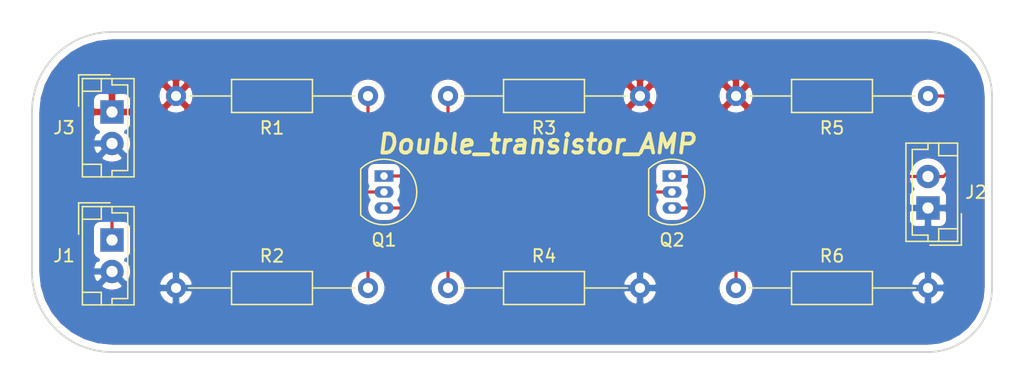
<source format=kicad_pcb>
(kicad_pcb (version 4) (host pcbnew 4.0.7)

  (general
    (links 17)
    (no_connects 0)
    (area 106.604999 90.094999 182.955001 115.645001)
    (thickness 1.6)
    (drawings 10)
    (tracks 64)
    (zones 0)
    (modules 11)
    (nets 8)
  )

  (page A4)
  (title_block
    (title Single_transistor_AMP)
    (date 2018-04-08)
    (rev V1.0)
    (company "Ventspils Augstskola")
    (comment 1 "Jevgēņijs Černovs")
    (comment 2 Autors:)
    (comment 3 "PCB_CAD Kurss")
  )

  (layers
    (0 F.Cu signal)
    (31 B.Cu signal)
    (34 B.Paste user)
    (35 F.Paste user)
    (37 F.SilkS user)
    (38 B.Mask user)
    (39 F.Mask user)
    (40 Dwgs.User user)
    (44 Edge.Cuts user)
    (45 Margin user)
    (47 F.CrtYd user)
  )

  (setup
    (last_trace_width 0.25)
    (trace_clearance 0.2)
    (zone_clearance 0.508)
    (zone_45_only no)
    (trace_min 0.2)
    (segment_width 0.2)
    (edge_width 0.15)
    (via_size 0.6)
    (via_drill 0.4)
    (via_min_size 0.4)
    (via_min_drill 0.3)
    (uvia_size 0.3)
    (uvia_drill 0.1)
    (uvias_allowed no)
    (uvia_min_size 0.2)
    (uvia_min_drill 0.1)
    (pcb_text_width 0.3)
    (pcb_text_size 1.5 1.5)
    (mod_edge_width 0.15)
    (mod_text_size 1 1)
    (mod_text_width 0.15)
    (pad_size 1.524 1.524)
    (pad_drill 0.762)
    (pad_to_mask_clearance 0.2)
    (aux_axis_origin 0 0)
    (visible_elements 7FFFFFFF)
    (pcbplotparams
      (layerselection 0x00030_80000001)
      (usegerberextensions false)
      (excludeedgelayer true)
      (linewidth 0.100000)
      (plotframeref false)
      (viasonmask false)
      (mode 1)
      (useauxorigin false)
      (hpglpennumber 1)
      (hpglpenspeed 20)
      (hpglpendiameter 15)
      (hpglpenoverlay 2)
      (psnegative false)
      (psa4output false)
      (plotreference true)
      (plotvalue true)
      (plotinvisibletext false)
      (padsonsilk false)
      (subtractmaskfromsilk false)
      (outputformat 1)
      (mirror false)
      (drillshape 1)
      (scaleselection 1)
      (outputdirectory ""))
  )

  (net 0 "")
  (net 1 "Net-(J1-Pad1)")
  (net 2 GND)
  (net 3 "Net-(J2-Pad2)")
  (net 4 +12V)
  (net 5 "Net-(Q1-Pad3)")
  (net 6 "Net-(Q1-Pad1)")
  (net 7 "Net-(Q2-Pad3)")

  (net_class Default "This is the default net class."
    (clearance 0.2)
    (trace_width 0.25)
    (via_dia 0.6)
    (via_drill 0.4)
    (uvia_dia 0.3)
    (uvia_drill 0.1)
    (add_net "Net-(J1-Pad1)")
    (add_net "Net-(J2-Pad2)")
    (add_net "Net-(Q1-Pad1)")
    (add_net "Net-(Q1-Pad3)")
    (add_net "Net-(Q2-Pad3)")
  )

  (net_class Power ""
    (clearance 0.5)
    (trace_width 0.5)
    (via_dia 1.2)
    (via_drill 0.8)
    (uvia_dia 0.3)
    (uvia_drill 0.1)
    (add_net +12V)
    (add_net GND)
  )

  (module Connectors_JST:JST_EH_B02B-EH-A_02x2.50mm_Straight (layer F.Cu) (tedit 58A3B0B5) (tstamp 5ACA0B47)
    (at 113.03 106.68 270)
    (descr "JST EH series connector, B02B-EH-A, 2.50mm pitch, top entry")
    (tags "connector jst eh top vertical straight")
    (path /5AAA3699)
    (fp_text reference J1 (at 1.25 3.81 360) (layer F.SilkS)
      (effects (font (size 1 1) (thickness 0.15)))
    )
    (fp_text value Signal_In (at 1.25 3.5 270) (layer F.Fab)
      (effects (font (size 1 1) (thickness 0.15)))
    )
    (fp_text user %R (at 1.25 -3 270) (layer F.Fab)
      (effects (font (size 1 1) (thickness 0.15)))
    )
    (fp_line (start -2.5 -1.6) (end -2.5 2.2) (layer F.Fab) (width 0.1))
    (fp_line (start -2.5 2.2) (end 5 2.2) (layer F.Fab) (width 0.1))
    (fp_line (start 5 2.2) (end 5 -1.6) (layer F.Fab) (width 0.1))
    (fp_line (start 5 -1.6) (end -2.5 -1.6) (layer F.Fab) (width 0.1))
    (fp_line (start -2.65 -1.75) (end -2.65 2.35) (layer F.SilkS) (width 0.12))
    (fp_line (start -2.65 2.35) (end 5.15 2.35) (layer F.SilkS) (width 0.12))
    (fp_line (start 5.15 2.35) (end 5.15 -1.75) (layer F.SilkS) (width 0.12))
    (fp_line (start 5.15 -1.75) (end -2.65 -1.75) (layer F.SilkS) (width 0.12))
    (fp_line (start -2.65 0) (end -2.15 0) (layer F.SilkS) (width 0.12))
    (fp_line (start -2.15 0) (end -2.15 -1.25) (layer F.SilkS) (width 0.12))
    (fp_line (start -2.15 -1.25) (end 4.65 -1.25) (layer F.SilkS) (width 0.12))
    (fp_line (start 4.65 -1.25) (end 4.65 0) (layer F.SilkS) (width 0.12))
    (fp_line (start 4.65 0) (end 5.15 0) (layer F.SilkS) (width 0.12))
    (fp_line (start -2.65 0.85) (end -1.65 0.85) (layer F.SilkS) (width 0.12))
    (fp_line (start -1.65 0.85) (end -1.65 2.35) (layer F.SilkS) (width 0.12))
    (fp_line (start 5.15 0.85) (end 4.15 0.85) (layer F.SilkS) (width 0.12))
    (fp_line (start 4.15 0.85) (end 4.15 2.35) (layer F.SilkS) (width 0.12))
    (fp_line (start -2.95 0.15) (end -2.95 2.65) (layer F.SilkS) (width 0.12))
    (fp_line (start -2.95 2.65) (end -0.45 2.65) (layer F.SilkS) (width 0.12))
    (fp_line (start -2.95 0.15) (end -2.95 2.65) (layer F.Fab) (width 0.1))
    (fp_line (start -2.95 2.65) (end -0.45 2.65) (layer F.Fab) (width 0.1))
    (fp_line (start -3.15 -2.25) (end -3.15 2.85) (layer F.CrtYd) (width 0.05))
    (fp_line (start -3.15 2.85) (end 5.65 2.85) (layer F.CrtYd) (width 0.05))
    (fp_line (start 5.65 2.85) (end 5.65 -2.25) (layer F.CrtYd) (width 0.05))
    (fp_line (start 5.65 -2.25) (end -3.15 -2.25) (layer F.CrtYd) (width 0.05))
    (pad 1 thru_hole rect (at 0 0 270) (size 1.85 1.85) (drill 0.9) (layers *.Cu *.Mask)
      (net 1 "Net-(J1-Pad1)"))
    (pad 2 thru_hole circle (at 2.5 0 270) (size 1.85 1.85) (drill 0.9) (layers *.Cu *.Mask)
      (net 2 GND))
    (model Connectors_JST.3dshapes/JST_EH_B02B-EH-A_02x2.50mm_Straight.wrl
      (at (xyz 0 0 0))
      (scale (xyz 1 1 1))
      (rotate (xyz 0 0 0))
    )
  )

  (module Connectors_JST:JST_EH_B02B-EH-A_02x2.50mm_Straight (layer F.Cu) (tedit 58A3B0B5) (tstamp 5ACA0B67)
    (at 177.8 104.14 90)
    (descr "JST EH series connector, B02B-EH-A, 2.50mm pitch, top entry")
    (tags "connector jst eh top vertical straight")
    (path /5AAA36ED)
    (fp_text reference J2 (at 1.25 3.81 180) (layer F.SilkS)
      (effects (font (size 1 1) (thickness 0.15)))
    )
    (fp_text value Signal_Out (at 1.25 3.5 90) (layer F.Fab)
      (effects (font (size 1 1) (thickness 0.15)))
    )
    (fp_text user %R (at 1.25 -3 90) (layer F.Fab)
      (effects (font (size 1 1) (thickness 0.15)))
    )
    (fp_line (start -2.5 -1.6) (end -2.5 2.2) (layer F.Fab) (width 0.1))
    (fp_line (start -2.5 2.2) (end 5 2.2) (layer F.Fab) (width 0.1))
    (fp_line (start 5 2.2) (end 5 -1.6) (layer F.Fab) (width 0.1))
    (fp_line (start 5 -1.6) (end -2.5 -1.6) (layer F.Fab) (width 0.1))
    (fp_line (start -2.65 -1.75) (end -2.65 2.35) (layer F.SilkS) (width 0.12))
    (fp_line (start -2.65 2.35) (end 5.15 2.35) (layer F.SilkS) (width 0.12))
    (fp_line (start 5.15 2.35) (end 5.15 -1.75) (layer F.SilkS) (width 0.12))
    (fp_line (start 5.15 -1.75) (end -2.65 -1.75) (layer F.SilkS) (width 0.12))
    (fp_line (start -2.65 0) (end -2.15 0) (layer F.SilkS) (width 0.12))
    (fp_line (start -2.15 0) (end -2.15 -1.25) (layer F.SilkS) (width 0.12))
    (fp_line (start -2.15 -1.25) (end 4.65 -1.25) (layer F.SilkS) (width 0.12))
    (fp_line (start 4.65 -1.25) (end 4.65 0) (layer F.SilkS) (width 0.12))
    (fp_line (start 4.65 0) (end 5.15 0) (layer F.SilkS) (width 0.12))
    (fp_line (start -2.65 0.85) (end -1.65 0.85) (layer F.SilkS) (width 0.12))
    (fp_line (start -1.65 0.85) (end -1.65 2.35) (layer F.SilkS) (width 0.12))
    (fp_line (start 5.15 0.85) (end 4.15 0.85) (layer F.SilkS) (width 0.12))
    (fp_line (start 4.15 0.85) (end 4.15 2.35) (layer F.SilkS) (width 0.12))
    (fp_line (start -2.95 0.15) (end -2.95 2.65) (layer F.SilkS) (width 0.12))
    (fp_line (start -2.95 2.65) (end -0.45 2.65) (layer F.SilkS) (width 0.12))
    (fp_line (start -2.95 0.15) (end -2.95 2.65) (layer F.Fab) (width 0.1))
    (fp_line (start -2.95 2.65) (end -0.45 2.65) (layer F.Fab) (width 0.1))
    (fp_line (start -3.15 -2.25) (end -3.15 2.85) (layer F.CrtYd) (width 0.05))
    (fp_line (start -3.15 2.85) (end 5.65 2.85) (layer F.CrtYd) (width 0.05))
    (fp_line (start 5.65 2.85) (end 5.65 -2.25) (layer F.CrtYd) (width 0.05))
    (fp_line (start 5.65 -2.25) (end -3.15 -2.25) (layer F.CrtYd) (width 0.05))
    (pad 1 thru_hole rect (at 0 0 90) (size 1.85 1.85) (drill 0.9) (layers *.Cu *.Mask)
      (net 2 GND))
    (pad 2 thru_hole circle (at 2.5 0 90) (size 1.85 1.85) (drill 0.9) (layers *.Cu *.Mask)
      (net 3 "Net-(J2-Pad2)"))
    (model Connectors_JST.3dshapes/JST_EH_B02B-EH-A_02x2.50mm_Straight.wrl
      (at (xyz 0 0 0))
      (scale (xyz 1 1 1))
      (rotate (xyz 0 0 0))
    )
  )

  (module Connectors_JST:JST_EH_B02B-EH-A_02x2.50mm_Straight (layer F.Cu) (tedit 58A3B0B5) (tstamp 5ACA0B87)
    (at 113.03 96.52 270)
    (descr "JST EH series connector, B02B-EH-A, 2.50mm pitch, top entry")
    (tags "connector jst eh top vertical straight")
    (path /5AAA3C4A)
    (fp_text reference J3 (at 1.25 3.81 360) (layer F.SilkS)
      (effects (font (size 1 1) (thickness 0.15)))
    )
    (fp_text value PWN_Conn (at 1.25 3.5 270) (layer F.Fab)
      (effects (font (size 1 1) (thickness 0.15)))
    )
    (fp_text user %R (at 1.25 -3 270) (layer F.Fab)
      (effects (font (size 1 1) (thickness 0.15)))
    )
    (fp_line (start -2.5 -1.6) (end -2.5 2.2) (layer F.Fab) (width 0.1))
    (fp_line (start -2.5 2.2) (end 5 2.2) (layer F.Fab) (width 0.1))
    (fp_line (start 5 2.2) (end 5 -1.6) (layer F.Fab) (width 0.1))
    (fp_line (start 5 -1.6) (end -2.5 -1.6) (layer F.Fab) (width 0.1))
    (fp_line (start -2.65 -1.75) (end -2.65 2.35) (layer F.SilkS) (width 0.12))
    (fp_line (start -2.65 2.35) (end 5.15 2.35) (layer F.SilkS) (width 0.12))
    (fp_line (start 5.15 2.35) (end 5.15 -1.75) (layer F.SilkS) (width 0.12))
    (fp_line (start 5.15 -1.75) (end -2.65 -1.75) (layer F.SilkS) (width 0.12))
    (fp_line (start -2.65 0) (end -2.15 0) (layer F.SilkS) (width 0.12))
    (fp_line (start -2.15 0) (end -2.15 -1.25) (layer F.SilkS) (width 0.12))
    (fp_line (start -2.15 -1.25) (end 4.65 -1.25) (layer F.SilkS) (width 0.12))
    (fp_line (start 4.65 -1.25) (end 4.65 0) (layer F.SilkS) (width 0.12))
    (fp_line (start 4.65 0) (end 5.15 0) (layer F.SilkS) (width 0.12))
    (fp_line (start -2.65 0.85) (end -1.65 0.85) (layer F.SilkS) (width 0.12))
    (fp_line (start -1.65 0.85) (end -1.65 2.35) (layer F.SilkS) (width 0.12))
    (fp_line (start 5.15 0.85) (end 4.15 0.85) (layer F.SilkS) (width 0.12))
    (fp_line (start 4.15 0.85) (end 4.15 2.35) (layer F.SilkS) (width 0.12))
    (fp_line (start -2.95 0.15) (end -2.95 2.65) (layer F.SilkS) (width 0.12))
    (fp_line (start -2.95 2.65) (end -0.45 2.65) (layer F.SilkS) (width 0.12))
    (fp_line (start -2.95 0.15) (end -2.95 2.65) (layer F.Fab) (width 0.1))
    (fp_line (start -2.95 2.65) (end -0.45 2.65) (layer F.Fab) (width 0.1))
    (fp_line (start -3.15 -2.25) (end -3.15 2.85) (layer F.CrtYd) (width 0.05))
    (fp_line (start -3.15 2.85) (end 5.65 2.85) (layer F.CrtYd) (width 0.05))
    (fp_line (start 5.65 2.85) (end 5.65 -2.25) (layer F.CrtYd) (width 0.05))
    (fp_line (start 5.65 -2.25) (end -3.15 -2.25) (layer F.CrtYd) (width 0.05))
    (pad 1 thru_hole rect (at 0 0 270) (size 1.85 1.85) (drill 0.9) (layers *.Cu *.Mask)
      (net 4 +12V))
    (pad 2 thru_hole circle (at 2.5 0 270) (size 1.85 1.85) (drill 0.9) (layers *.Cu *.Mask)
      (net 2 GND))
    (model Connectors_JST.3dshapes/JST_EH_B02B-EH-A_02x2.50mm_Straight.wrl
      (at (xyz 0 0 0))
      (scale (xyz 1 1 1))
      (rotate (xyz 0 0 0))
    )
  )

  (module TO_SOT_Packages_THT:TO-92_Inline_Narrow_Oval (layer F.Cu) (tedit 58CE52AF) (tstamp 5ACA0B99)
    (at 134.62 101.6 270)
    (descr "TO-92 leads in-line, narrow, oval pads, drill 0.6mm (see NXP sot054_po.pdf)")
    (tags "to-92 sc-43 sc-43a sot54 PA33 transistor")
    (path /5AAA31DA)
    (fp_text reference Q1 (at 5.08 0 360) (layer F.SilkS)
      (effects (font (size 1 1) (thickness 0.15)))
    )
    (fp_text value BC548 (at 1.27 2.79 270) (layer F.Fab)
      (effects (font (size 1 1) (thickness 0.15)))
    )
    (fp_text user %R (at 1.27 -3.56 270) (layer F.Fab)
      (effects (font (size 1 1) (thickness 0.15)))
    )
    (fp_line (start -0.53 1.85) (end 3.07 1.85) (layer F.SilkS) (width 0.12))
    (fp_line (start -0.5 1.75) (end 3 1.75) (layer F.Fab) (width 0.1))
    (fp_line (start -1.46 -2.73) (end 4 -2.73) (layer F.CrtYd) (width 0.05))
    (fp_line (start -1.46 -2.73) (end -1.46 2.01) (layer F.CrtYd) (width 0.05))
    (fp_line (start 4 2.01) (end 4 -2.73) (layer F.CrtYd) (width 0.05))
    (fp_line (start 4 2.01) (end -1.46 2.01) (layer F.CrtYd) (width 0.05))
    (fp_arc (start 1.27 0) (end 1.27 -2.48) (angle 135) (layer F.Fab) (width 0.1))
    (fp_arc (start 1.27 0) (end 1.27 -2.6) (angle -135) (layer F.SilkS) (width 0.12))
    (fp_arc (start 1.27 0) (end 1.27 -2.48) (angle -135) (layer F.Fab) (width 0.1))
    (fp_arc (start 1.27 0) (end 1.27 -2.6) (angle 135) (layer F.SilkS) (width 0.12))
    (pad 2 thru_hole oval (at 1.27 0 90) (size 0.9 1.5) (drill 0.6) (layers *.Cu *.Mask)
      (net 1 "Net-(J1-Pad1)"))
    (pad 3 thru_hole oval (at 2.54 0 90) (size 0.9 1.5) (drill 0.6) (layers *.Cu *.Mask)
      (net 5 "Net-(Q1-Pad3)"))
    (pad 1 thru_hole rect (at 0 0 90) (size 0.9 1.5) (drill 0.6) (layers *.Cu *.Mask)
      (net 6 "Net-(Q1-Pad1)"))
    (model ${KISYS3DMOD}/TO_SOT_Packages_THT.3dshapes/TO-92_Inline_Narrow_Oval.wrl
      (at (xyz 0.05 0 0))
      (scale (xyz 1 1 1))
      (rotate (xyz 0 0 -90))
    )
  )

  (module TO_SOT_Packages_THT:TO-92_Inline_Narrow_Oval (layer F.Cu) (tedit 58CE52AF) (tstamp 5ACA0BAB)
    (at 157.48 101.6 270)
    (descr "TO-92 leads in-line, narrow, oval pads, drill 0.6mm (see NXP sot054_po.pdf)")
    (tags "to-92 sc-43 sc-43a sot54 PA33 transistor")
    (path /5AAA3203)
    (fp_text reference Q2 (at 5.08 0 360) (layer F.SilkS)
      (effects (font (size 1 1) (thickness 0.15)))
    )
    (fp_text value BC548 (at 1.27 2.79 270) (layer F.Fab)
      (effects (font (size 1 1) (thickness 0.15)))
    )
    (fp_text user %R (at 1.27 -3.56 270) (layer F.Fab)
      (effects (font (size 1 1) (thickness 0.15)))
    )
    (fp_line (start -0.53 1.85) (end 3.07 1.85) (layer F.SilkS) (width 0.12))
    (fp_line (start -0.5 1.75) (end 3 1.75) (layer F.Fab) (width 0.1))
    (fp_line (start -1.46 -2.73) (end 4 -2.73) (layer F.CrtYd) (width 0.05))
    (fp_line (start -1.46 -2.73) (end -1.46 2.01) (layer F.CrtYd) (width 0.05))
    (fp_line (start 4 2.01) (end 4 -2.73) (layer F.CrtYd) (width 0.05))
    (fp_line (start 4 2.01) (end -1.46 2.01) (layer F.CrtYd) (width 0.05))
    (fp_arc (start 1.27 0) (end 1.27 -2.48) (angle 135) (layer F.Fab) (width 0.1))
    (fp_arc (start 1.27 0) (end 1.27 -2.6) (angle -135) (layer F.SilkS) (width 0.12))
    (fp_arc (start 1.27 0) (end 1.27 -2.48) (angle -135) (layer F.Fab) (width 0.1))
    (fp_arc (start 1.27 0) (end 1.27 -2.6) (angle 135) (layer F.SilkS) (width 0.12))
    (pad 2 thru_hole oval (at 1.27 0 90) (size 0.9 1.5) (drill 0.6) (layers *.Cu *.Mask)
      (net 6 "Net-(Q1-Pad1)"))
    (pad 3 thru_hole oval (at 2.54 0 90) (size 0.9 1.5) (drill 0.6) (layers *.Cu *.Mask)
      (net 7 "Net-(Q2-Pad3)"))
    (pad 1 thru_hole rect (at 0 0 90) (size 0.9 1.5) (drill 0.6) (layers *.Cu *.Mask)
      (net 3 "Net-(J2-Pad2)"))
    (model ${KISYS3DMOD}/TO_SOT_Packages_THT.3dshapes/TO-92_Inline_Narrow_Oval.wrl
      (at (xyz 0.05 0 0))
      (scale (xyz 1 1 1))
      (rotate (xyz 0 0 -90))
    )
  )

  (module Resistors_THT:R_Axial_DIN0207_L6.3mm_D2.5mm_P15.24mm_Horizontal (layer F.Cu) (tedit 5874F706) (tstamp 5ACA0BC1)
    (at 118.11 95.25)
    (descr "Resistor, Axial_DIN0207 series, Axial, Horizontal, pin pitch=15.24mm, 0.25W = 1/4W, length*diameter=6.3*2.5mm^2, http://cdn-reichelt.de/documents/datenblatt/B400/1_4W%23YAG.pdf")
    (tags "Resistor Axial_DIN0207 series Axial Horizontal pin pitch 15.24mm 0.25W = 1/4W length 6.3mm diameter 2.5mm")
    (path /5AAA3013)
    (fp_text reference R1 (at 7.62 2.54) (layer F.SilkS)
      (effects (font (size 1 1) (thickness 0.15)))
    )
    (fp_text value 33k (at 7.62 2.31) (layer F.Fab)
      (effects (font (size 1 1) (thickness 0.15)))
    )
    (fp_line (start 4.47 -1.25) (end 4.47 1.25) (layer F.Fab) (width 0.1))
    (fp_line (start 4.47 1.25) (end 10.77 1.25) (layer F.Fab) (width 0.1))
    (fp_line (start 10.77 1.25) (end 10.77 -1.25) (layer F.Fab) (width 0.1))
    (fp_line (start 10.77 -1.25) (end 4.47 -1.25) (layer F.Fab) (width 0.1))
    (fp_line (start 0 0) (end 4.47 0) (layer F.Fab) (width 0.1))
    (fp_line (start 15.24 0) (end 10.77 0) (layer F.Fab) (width 0.1))
    (fp_line (start 4.41 -1.31) (end 4.41 1.31) (layer F.SilkS) (width 0.12))
    (fp_line (start 4.41 1.31) (end 10.83 1.31) (layer F.SilkS) (width 0.12))
    (fp_line (start 10.83 1.31) (end 10.83 -1.31) (layer F.SilkS) (width 0.12))
    (fp_line (start 10.83 -1.31) (end 4.41 -1.31) (layer F.SilkS) (width 0.12))
    (fp_line (start 0.98 0) (end 4.41 0) (layer F.SilkS) (width 0.12))
    (fp_line (start 14.26 0) (end 10.83 0) (layer F.SilkS) (width 0.12))
    (fp_line (start -1.05 -1.6) (end -1.05 1.6) (layer F.CrtYd) (width 0.05))
    (fp_line (start -1.05 1.6) (end 16.3 1.6) (layer F.CrtYd) (width 0.05))
    (fp_line (start 16.3 1.6) (end 16.3 -1.6) (layer F.CrtYd) (width 0.05))
    (fp_line (start 16.3 -1.6) (end -1.05 -1.6) (layer F.CrtYd) (width 0.05))
    (pad 1 thru_hole circle (at 0 0) (size 1.6 1.6) (drill 0.8) (layers *.Cu *.Mask)
      (net 4 +12V))
    (pad 2 thru_hole oval (at 15.24 0) (size 1.6 1.6) (drill 0.8) (layers *.Cu *.Mask)
      (net 1 "Net-(J1-Pad1)"))
    (model ${KISYS3DMOD}/Resistors_THT.3dshapes/R_Axial_DIN0207_L6.3mm_D2.5mm_P15.24mm_Horizontal.wrl
      (at (xyz 0 0 0))
      (scale (xyz 0.393701 0.393701 0.393701))
      (rotate (xyz 0 0 0))
    )
  )

  (module Resistors_THT:R_Axial_DIN0207_L6.3mm_D2.5mm_P15.24mm_Horizontal (layer F.Cu) (tedit 5874F706) (tstamp 5ACA0BD7)
    (at 133.35 110.49 180)
    (descr "Resistor, Axial_DIN0207 series, Axial, Horizontal, pin pitch=15.24mm, 0.25W = 1/4W, length*diameter=6.3*2.5mm^2, http://cdn-reichelt.de/documents/datenblatt/B400/1_4W%23YAG.pdf")
    (tags "Resistor Axial_DIN0207 series Axial Horizontal pin pitch 15.24mm 0.25W = 1/4W length 6.3mm diameter 2.5mm")
    (path /5AAA30DF)
    (fp_text reference R2 (at 7.62 2.54 180) (layer F.SilkS)
      (effects (font (size 1 1) (thickness 0.15)))
    )
    (fp_text value 6k8 (at 7.62 2.31 180) (layer F.Fab)
      (effects (font (size 1 1) (thickness 0.15)))
    )
    (fp_line (start 4.47 -1.25) (end 4.47 1.25) (layer F.Fab) (width 0.1))
    (fp_line (start 4.47 1.25) (end 10.77 1.25) (layer F.Fab) (width 0.1))
    (fp_line (start 10.77 1.25) (end 10.77 -1.25) (layer F.Fab) (width 0.1))
    (fp_line (start 10.77 -1.25) (end 4.47 -1.25) (layer F.Fab) (width 0.1))
    (fp_line (start 0 0) (end 4.47 0) (layer F.Fab) (width 0.1))
    (fp_line (start 15.24 0) (end 10.77 0) (layer F.Fab) (width 0.1))
    (fp_line (start 4.41 -1.31) (end 4.41 1.31) (layer F.SilkS) (width 0.12))
    (fp_line (start 4.41 1.31) (end 10.83 1.31) (layer F.SilkS) (width 0.12))
    (fp_line (start 10.83 1.31) (end 10.83 -1.31) (layer F.SilkS) (width 0.12))
    (fp_line (start 10.83 -1.31) (end 4.41 -1.31) (layer F.SilkS) (width 0.12))
    (fp_line (start 0.98 0) (end 4.41 0) (layer F.SilkS) (width 0.12))
    (fp_line (start 14.26 0) (end 10.83 0) (layer F.SilkS) (width 0.12))
    (fp_line (start -1.05 -1.6) (end -1.05 1.6) (layer F.CrtYd) (width 0.05))
    (fp_line (start -1.05 1.6) (end 16.3 1.6) (layer F.CrtYd) (width 0.05))
    (fp_line (start 16.3 1.6) (end 16.3 -1.6) (layer F.CrtYd) (width 0.05))
    (fp_line (start 16.3 -1.6) (end -1.05 -1.6) (layer F.CrtYd) (width 0.05))
    (pad 1 thru_hole circle (at 0 0 180) (size 1.6 1.6) (drill 0.8) (layers *.Cu *.Mask)
      (net 1 "Net-(J1-Pad1)"))
    (pad 2 thru_hole oval (at 15.24 0 180) (size 1.6 1.6) (drill 0.8) (layers *.Cu *.Mask)
      (net 2 GND))
    (model ${KISYS3DMOD}/Resistors_THT.3dshapes/R_Axial_DIN0207_L6.3mm_D2.5mm_P15.24mm_Horizontal.wrl
      (at (xyz 0 0 0))
      (scale (xyz 0.393701 0.393701 0.393701))
      (rotate (xyz 0 0 0))
    )
  )

  (module Resistors_THT:R_Axial_DIN0207_L6.3mm_D2.5mm_P15.24mm_Horizontal (layer F.Cu) (tedit 5874F706) (tstamp 5ACA0BED)
    (at 154.94 95.25 180)
    (descr "Resistor, Axial_DIN0207 series, Axial, Horizontal, pin pitch=15.24mm, 0.25W = 1/4W, length*diameter=6.3*2.5mm^2, http://cdn-reichelt.de/documents/datenblatt/B400/1_4W%23YAG.pdf")
    (tags "Resistor Axial_DIN0207 series Axial Horizontal pin pitch 15.24mm 0.25W = 1/4W length 6.3mm diameter 2.5mm")
    (path /5AAA3102)
    (fp_text reference R3 (at 7.62 -2.54 180) (layer F.SilkS)
      (effects (font (size 1 1) (thickness 0.15)))
    )
    (fp_text value 6k8 (at 7.62 2.31 180) (layer F.Fab)
      (effects (font (size 1 1) (thickness 0.15)))
    )
    (fp_line (start 4.47 -1.25) (end 4.47 1.25) (layer F.Fab) (width 0.1))
    (fp_line (start 4.47 1.25) (end 10.77 1.25) (layer F.Fab) (width 0.1))
    (fp_line (start 10.77 1.25) (end 10.77 -1.25) (layer F.Fab) (width 0.1))
    (fp_line (start 10.77 -1.25) (end 4.47 -1.25) (layer F.Fab) (width 0.1))
    (fp_line (start 0 0) (end 4.47 0) (layer F.Fab) (width 0.1))
    (fp_line (start 15.24 0) (end 10.77 0) (layer F.Fab) (width 0.1))
    (fp_line (start 4.41 -1.31) (end 4.41 1.31) (layer F.SilkS) (width 0.12))
    (fp_line (start 4.41 1.31) (end 10.83 1.31) (layer F.SilkS) (width 0.12))
    (fp_line (start 10.83 1.31) (end 10.83 -1.31) (layer F.SilkS) (width 0.12))
    (fp_line (start 10.83 -1.31) (end 4.41 -1.31) (layer F.SilkS) (width 0.12))
    (fp_line (start 0.98 0) (end 4.41 0) (layer F.SilkS) (width 0.12))
    (fp_line (start 14.26 0) (end 10.83 0) (layer F.SilkS) (width 0.12))
    (fp_line (start -1.05 -1.6) (end -1.05 1.6) (layer F.CrtYd) (width 0.05))
    (fp_line (start -1.05 1.6) (end 16.3 1.6) (layer F.CrtYd) (width 0.05))
    (fp_line (start 16.3 1.6) (end 16.3 -1.6) (layer F.CrtYd) (width 0.05))
    (fp_line (start 16.3 -1.6) (end -1.05 -1.6) (layer F.CrtYd) (width 0.05))
    (pad 1 thru_hole circle (at 0 0 180) (size 1.6 1.6) (drill 0.8) (layers *.Cu *.Mask)
      (net 4 +12V))
    (pad 2 thru_hole oval (at 15.24 0 180) (size 1.6 1.6) (drill 0.8) (layers *.Cu *.Mask)
      (net 6 "Net-(Q1-Pad1)"))
    (model ${KISYS3DMOD}/Resistors_THT.3dshapes/R_Axial_DIN0207_L6.3mm_D2.5mm_P15.24mm_Horizontal.wrl
      (at (xyz 0 0 0))
      (scale (xyz 0.393701 0.393701 0.393701))
      (rotate (xyz 0 0 0))
    )
  )

  (module Resistors_THT:R_Axial_DIN0207_L6.3mm_D2.5mm_P15.24mm_Horizontal (layer F.Cu) (tedit 5874F706) (tstamp 5ACA0C03)
    (at 139.7 110.49)
    (descr "Resistor, Axial_DIN0207 series, Axial, Horizontal, pin pitch=15.24mm, 0.25W = 1/4W, length*diameter=6.3*2.5mm^2, http://cdn-reichelt.de/documents/datenblatt/B400/1_4W%23YAG.pdf")
    (tags "Resistor Axial_DIN0207 series Axial Horizontal pin pitch 15.24mm 0.25W = 1/4W length 6.3mm diameter 2.5mm")
    (path /5AAA314B)
    (fp_text reference R4 (at 7.62 -2.54) (layer F.SilkS)
      (effects (font (size 1 1) (thickness 0.15)))
    )
    (fp_text value 1k (at 7.62 2.31) (layer F.Fab)
      (effects (font (size 1 1) (thickness 0.15)))
    )
    (fp_line (start 4.47 -1.25) (end 4.47 1.25) (layer F.Fab) (width 0.1))
    (fp_line (start 4.47 1.25) (end 10.77 1.25) (layer F.Fab) (width 0.1))
    (fp_line (start 10.77 1.25) (end 10.77 -1.25) (layer F.Fab) (width 0.1))
    (fp_line (start 10.77 -1.25) (end 4.47 -1.25) (layer F.Fab) (width 0.1))
    (fp_line (start 0 0) (end 4.47 0) (layer F.Fab) (width 0.1))
    (fp_line (start 15.24 0) (end 10.77 0) (layer F.Fab) (width 0.1))
    (fp_line (start 4.41 -1.31) (end 4.41 1.31) (layer F.SilkS) (width 0.12))
    (fp_line (start 4.41 1.31) (end 10.83 1.31) (layer F.SilkS) (width 0.12))
    (fp_line (start 10.83 1.31) (end 10.83 -1.31) (layer F.SilkS) (width 0.12))
    (fp_line (start 10.83 -1.31) (end 4.41 -1.31) (layer F.SilkS) (width 0.12))
    (fp_line (start 0.98 0) (end 4.41 0) (layer F.SilkS) (width 0.12))
    (fp_line (start 14.26 0) (end 10.83 0) (layer F.SilkS) (width 0.12))
    (fp_line (start -1.05 -1.6) (end -1.05 1.6) (layer F.CrtYd) (width 0.05))
    (fp_line (start -1.05 1.6) (end 16.3 1.6) (layer F.CrtYd) (width 0.05))
    (fp_line (start 16.3 1.6) (end 16.3 -1.6) (layer F.CrtYd) (width 0.05))
    (fp_line (start 16.3 -1.6) (end -1.05 -1.6) (layer F.CrtYd) (width 0.05))
    (pad 1 thru_hole circle (at 0 0) (size 1.6 1.6) (drill 0.8) (layers *.Cu *.Mask)
      (net 5 "Net-(Q1-Pad3)"))
    (pad 2 thru_hole oval (at 15.24 0) (size 1.6 1.6) (drill 0.8) (layers *.Cu *.Mask)
      (net 2 GND))
    (model ${KISYS3DMOD}/Resistors_THT.3dshapes/R_Axial_DIN0207_L6.3mm_D2.5mm_P15.24mm_Horizontal.wrl
      (at (xyz 0 0 0))
      (scale (xyz 0.393701 0.393701 0.393701))
      (rotate (xyz 0 0 0))
    )
  )

  (module Resistors_THT:R_Axial_DIN0207_L6.3mm_D2.5mm_P15.24mm_Horizontal (layer F.Cu) (tedit 5874F706) (tstamp 5ACA0C19)
    (at 162.56 95.25)
    (descr "Resistor, Axial_DIN0207 series, Axial, Horizontal, pin pitch=15.24mm, 0.25W = 1/4W, length*diameter=6.3*2.5mm^2, http://cdn-reichelt.de/documents/datenblatt/B400/1_4W%23YAG.pdf")
    (tags "Resistor Axial_DIN0207 series Axial Horizontal pin pitch 15.24mm 0.25W = 1/4W length 6.3mm diameter 2.5mm")
    (path /5AAA3174)
    (fp_text reference R5 (at 7.62 2.54) (layer F.SilkS)
      (effects (font (size 1 1) (thickness 0.15)))
    )
    (fp_text value 820 (at 7.62 2.31) (layer F.Fab)
      (effects (font (size 1 1) (thickness 0.15)))
    )
    (fp_line (start 4.47 -1.25) (end 4.47 1.25) (layer F.Fab) (width 0.1))
    (fp_line (start 4.47 1.25) (end 10.77 1.25) (layer F.Fab) (width 0.1))
    (fp_line (start 10.77 1.25) (end 10.77 -1.25) (layer F.Fab) (width 0.1))
    (fp_line (start 10.77 -1.25) (end 4.47 -1.25) (layer F.Fab) (width 0.1))
    (fp_line (start 0 0) (end 4.47 0) (layer F.Fab) (width 0.1))
    (fp_line (start 15.24 0) (end 10.77 0) (layer F.Fab) (width 0.1))
    (fp_line (start 4.41 -1.31) (end 4.41 1.31) (layer F.SilkS) (width 0.12))
    (fp_line (start 4.41 1.31) (end 10.83 1.31) (layer F.SilkS) (width 0.12))
    (fp_line (start 10.83 1.31) (end 10.83 -1.31) (layer F.SilkS) (width 0.12))
    (fp_line (start 10.83 -1.31) (end 4.41 -1.31) (layer F.SilkS) (width 0.12))
    (fp_line (start 0.98 0) (end 4.41 0) (layer F.SilkS) (width 0.12))
    (fp_line (start 14.26 0) (end 10.83 0) (layer F.SilkS) (width 0.12))
    (fp_line (start -1.05 -1.6) (end -1.05 1.6) (layer F.CrtYd) (width 0.05))
    (fp_line (start -1.05 1.6) (end 16.3 1.6) (layer F.CrtYd) (width 0.05))
    (fp_line (start 16.3 1.6) (end 16.3 -1.6) (layer F.CrtYd) (width 0.05))
    (fp_line (start 16.3 -1.6) (end -1.05 -1.6) (layer F.CrtYd) (width 0.05))
    (pad 1 thru_hole circle (at 0 0) (size 1.6 1.6) (drill 0.8) (layers *.Cu *.Mask)
      (net 4 +12V))
    (pad 2 thru_hole oval (at 15.24 0) (size 1.6 1.6) (drill 0.8) (layers *.Cu *.Mask)
      (net 3 "Net-(J2-Pad2)"))
    (model ${KISYS3DMOD}/Resistors_THT.3dshapes/R_Axial_DIN0207_L6.3mm_D2.5mm_P15.24mm_Horizontal.wrl
      (at (xyz 0 0 0))
      (scale (xyz 0.393701 0.393701 0.393701))
      (rotate (xyz 0 0 0))
    )
  )

  (module Resistors_THT:R_Axial_DIN0207_L6.3mm_D2.5mm_P15.24mm_Horizontal (layer F.Cu) (tedit 5874F706) (tstamp 5ACA0C2F)
    (at 162.56 110.49)
    (descr "Resistor, Axial_DIN0207 series, Axial, Horizontal, pin pitch=15.24mm, 0.25W = 1/4W, length*diameter=6.3*2.5mm^2, http://cdn-reichelt.de/documents/datenblatt/B400/1_4W%23YAG.pdf")
    (tags "Resistor Axial_DIN0207 series Axial Horizontal pin pitch 15.24mm 0.25W = 1/4W length 6.3mm diameter 2.5mm")
    (path /5AAA319D)
    (fp_text reference R6 (at 7.62 -2.54) (layer F.SilkS)
      (effects (font (size 1 1) (thickness 0.15)))
    )
    (fp_text value 470 (at 7.62 2.31) (layer F.Fab)
      (effects (font (size 1 1) (thickness 0.15)))
    )
    (fp_line (start 4.47 -1.25) (end 4.47 1.25) (layer F.Fab) (width 0.1))
    (fp_line (start 4.47 1.25) (end 10.77 1.25) (layer F.Fab) (width 0.1))
    (fp_line (start 10.77 1.25) (end 10.77 -1.25) (layer F.Fab) (width 0.1))
    (fp_line (start 10.77 -1.25) (end 4.47 -1.25) (layer F.Fab) (width 0.1))
    (fp_line (start 0 0) (end 4.47 0) (layer F.Fab) (width 0.1))
    (fp_line (start 15.24 0) (end 10.77 0) (layer F.Fab) (width 0.1))
    (fp_line (start 4.41 -1.31) (end 4.41 1.31) (layer F.SilkS) (width 0.12))
    (fp_line (start 4.41 1.31) (end 10.83 1.31) (layer F.SilkS) (width 0.12))
    (fp_line (start 10.83 1.31) (end 10.83 -1.31) (layer F.SilkS) (width 0.12))
    (fp_line (start 10.83 -1.31) (end 4.41 -1.31) (layer F.SilkS) (width 0.12))
    (fp_line (start 0.98 0) (end 4.41 0) (layer F.SilkS) (width 0.12))
    (fp_line (start 14.26 0) (end 10.83 0) (layer F.SilkS) (width 0.12))
    (fp_line (start -1.05 -1.6) (end -1.05 1.6) (layer F.CrtYd) (width 0.05))
    (fp_line (start -1.05 1.6) (end 16.3 1.6) (layer F.CrtYd) (width 0.05))
    (fp_line (start 16.3 1.6) (end 16.3 -1.6) (layer F.CrtYd) (width 0.05))
    (fp_line (start 16.3 -1.6) (end -1.05 -1.6) (layer F.CrtYd) (width 0.05))
    (pad 1 thru_hole circle (at 0 0) (size 1.6 1.6) (drill 0.8) (layers *.Cu *.Mask)
      (net 7 "Net-(Q2-Pad3)"))
    (pad 2 thru_hole oval (at 15.24 0) (size 1.6 1.6) (drill 0.8) (layers *.Cu *.Mask)
      (net 2 GND))
    (model ${KISYS3DMOD}/Resistors_THT.3dshapes/R_Axial_DIN0207_L6.3mm_D2.5mm_P15.24mm_Horizontal.wrl
      (at (xyz 0 0 0))
      (scale (xyz 0.393701 0.393701 0.393701))
      (rotate (xyz 0 0 0))
    )
  )

  (gr_text "Double_transistor_AMP " (at 147.32 99.06) (layer F.SilkS)
    (effects (font (size 1.5 1.5) (thickness 0.3) italic))
  )
  (gr_arc (start 113.03 96.52) (end 106.68 96.52) (angle 90) (layer Edge.Cuts) (width 0.15))
  (gr_line (start 177.8 90.17) (end 113.03 90.17) (layer Edge.Cuts) (width 0.15))
  (gr_arc (start 177.8 95.25) (end 177.8 90.17) (angle 90) (layer Edge.Cuts) (width 0.15))
  (gr_line (start 182.88 96.52) (end 182.88 95.25) (layer Edge.Cuts) (width 0.15))
  (gr_line (start 182.88 110.49) (end 182.88 96.52) (layer Edge.Cuts) (width 0.15))
  (gr_arc (start 177.8 110.49) (end 182.88 110.49) (angle 90) (layer Edge.Cuts) (width 0.15))
  (gr_line (start 113.03 115.57) (end 177.8 115.57) (layer Edge.Cuts) (width 0.15))
  (gr_line (start 106.68 96.52) (end 106.68 109.22) (layer Edge.Cuts) (width 0.15))
  (gr_arc (start 113.03 109.22) (end 113.03 115.57) (angle 90) (layer Edge.Cuts) (width 0.15))

  (segment (start 133.35 107.95) (end 133.35 110.49) (width 0.25) (layer F.Cu) (net 1))
  (segment (start 128.27 102.87) (end 133.35 107.95) (width 0.25) (layer F.Cu) (net 1))
  (segment (start 133.35 97.79) (end 133.35 95.25) (width 0.25) (layer F.Cu) (net 1))
  (segment (start 128.27 102.87) (end 134.62 102.87) (width 0.25) (layer F.Cu) (net 1))
  (segment (start 114.3 102.87) (end 128.27 102.87) (width 0.25) (layer F.Cu) (net 1))
  (segment (start 128.27 102.87) (end 133.35 97.79) (width 0.25) (layer F.Cu) (net 1))
  (segment (start 113.03 104.14) (end 114.3 102.87) (width 0.25) (layer F.Cu) (net 1))
  (segment (start 113.03 106.68) (end 113.03 104.14) (width 0.25) (layer F.Cu) (net 1))
  (segment (start 113.03 99.02) (end 110.53 99.02) (width 0.5) (layer B.Cu) (net 2))
  (segment (start 110.53 99.02) (end 109.22 100.33) (width 0.5) (layer B.Cu) (net 2))
  (segment (start 109.22 100.33) (end 109.22 107.95) (width 0.5) (layer B.Cu) (net 2))
  (segment (start 109.22 107.95) (end 110.45 109.18) (width 0.5) (layer B.Cu) (net 2))
  (segment (start 110.45 109.18) (end 110.53 109.18) (width 0.5) (layer B.Cu) (net 2))
  (segment (start 109.22 111.76) (end 109.22 110.49) (width 0.5) (layer B.Cu) (net 2))
  (segment (start 110.49 113.03) (end 109.22 111.76) (width 0.5) (layer B.Cu) (net 2))
  (segment (start 116.84 113.03) (end 110.49 113.03) (width 0.5) (layer B.Cu) (net 2))
  (segment (start 110.53 109.18) (end 109.22 110.49) (width 0.5) (layer B.Cu) (net 2))
  (segment (start 113.03 109.18) (end 110.53 109.18) (width 0.5) (layer B.Cu) (net 2))
  (segment (start 118.11 111.76) (end 116.84 113.03) (width 0.5) (layer B.Cu) (net 2))
  (segment (start 154.94 111.76) (end 153.67 113.03) (width 0.5) (layer B.Cu) (net 2))
  (segment (start 153.67 113.03) (end 119.38 113.03) (width 0.5) (layer B.Cu) (net 2))
  (segment (start 119.38 113.03) (end 118.11 111.76) (width 0.5) (layer B.Cu) (net 2))
  (segment (start 118.11 111.76) (end 118.11 110.49) (width 0.5) (layer B.Cu) (net 2))
  (segment (start 154.94 110.49) (end 154.94 111.76) (width 0.5) (layer B.Cu) (net 2))
  (segment (start 154.94 111.76) (end 156.21 113.03) (width 0.5) (layer B.Cu) (net 2))
  (segment (start 156.21 113.03) (end 176.53 113.03) (width 0.5) (layer B.Cu) (net 2))
  (segment (start 176.53 113.03) (end 177.8 111.76) (width 0.5) (layer B.Cu) (net 2))
  (segment (start 177.8 111.76) (end 177.8 110.49) (width 0.5) (layer B.Cu) (net 2))
  (segment (start 179.07 110.49) (end 177.8 110.49) (width 0.5) (layer B.Cu) (net 2))
  (segment (start 180.34 109.22) (end 179.07 110.49) (width 0.5) (layer B.Cu) (net 2))
  (segment (start 180.34 105.255) (end 180.34 109.22) (width 0.5) (layer B.Cu) (net 2))
  (segment (start 177.8 104.14) (end 179.225 104.14) (width 0.5) (layer B.Cu) (net 2))
  (segment (start 179.225 104.14) (end 180.34 105.255) (width 0.5) (layer B.Cu) (net 2))
  (segment (start 177.8 101.64) (end 157.52 101.64) (width 0.25) (layer F.Cu) (net 3))
  (segment (start 157.52 101.64) (end 157.48 101.6) (width 0.25) (layer F.Cu) (net 3))
  (segment (start 179.07 95.25) (end 177.8 95.25) (width 0.25) (layer F.Cu) (net 3))
  (segment (start 180.34 96.52) (end 179.07 95.25) (width 0.25) (layer F.Cu) (net 3))
  (segment (start 180.34 100.33) (end 180.34 96.52) (width 0.25) (layer F.Cu) (net 3))
  (segment (start 179.03 101.64) (end 180.34 100.33) (width 0.25) (layer F.Cu) (net 3))
  (segment (start 177.8 101.64) (end 179.03 101.64) (width 0.25) (layer F.Cu) (net 3))
  (segment (start 113.03 96.52) (end 113.03 93.98) (width 0.5) (layer F.Cu) (net 4))
  (segment (start 113.03 93.98) (end 114.3 92.71) (width 0.5) (layer F.Cu) (net 4))
  (segment (start 114.3 92.71) (end 116.84 92.71) (width 0.5) (layer F.Cu) (net 4))
  (segment (start 116.84 92.71) (end 118.11 93.98) (width 0.5) (layer F.Cu) (net 4))
  (segment (start 162.56 95.25) (end 162.56 93.98) (width 0.5) (layer F.Cu) (net 4))
  (segment (start 162.56 93.98) (end 161.29 92.71) (width 0.5) (layer F.Cu) (net 4))
  (segment (start 161.29 92.71) (end 156.21 92.71) (width 0.5) (layer F.Cu) (net 4))
  (segment (start 156.21 92.71) (end 154.94 93.98) (width 0.5) (layer F.Cu) (net 4))
  (segment (start 154.94 95.25) (end 154.94 93.98) (width 0.5) (layer F.Cu) (net 4))
  (segment (start 154.94 93.98) (end 153.67 92.71) (width 0.5) (layer F.Cu) (net 4))
  (segment (start 153.67 92.71) (end 119.38 92.71) (width 0.5) (layer F.Cu) (net 4))
  (segment (start 119.38 92.71) (end 118.11 93.98) (width 0.5) (layer F.Cu) (net 4))
  (segment (start 118.11 95.25) (end 118.11 93.98) (width 0.5) (layer F.Cu) (net 4))
  (segment (start 139.7 107.95) (end 135.89 104.14) (width 0.25) (layer F.Cu) (net 5))
  (segment (start 135.89 104.14) (end 134.62 104.14) (width 0.25) (layer F.Cu) (net 5))
  (segment (start 139.7 110.49) (end 139.7 107.95) (width 0.25) (layer F.Cu) (net 5))
  (segment (start 144.78 102.87) (end 139.7 97.79) (width 0.25) (layer F.Cu) (net 6))
  (segment (start 157.48 102.87) (end 144.78 102.87) (width 0.25) (layer F.Cu) (net 6))
  (segment (start 139.7 97.79) (end 139.7 95.25) (width 0.25) (layer F.Cu) (net 6))
  (segment (start 135.89 101.6) (end 139.7 97.79) (width 0.25) (layer F.Cu) (net 6))
  (segment (start 134.62 101.6) (end 135.89 101.6) (width 0.25) (layer F.Cu) (net 6))
  (segment (start 158.75 104.14) (end 157.48 104.14) (width 0.25) (layer F.Cu) (net 7))
  (segment (start 162.56 107.95) (end 158.75 104.14) (width 0.25) (layer F.Cu) (net 7))
  (segment (start 162.56 110.49) (end 162.56 107.95) (width 0.25) (layer F.Cu) (net 7))

  (zone (net 4) (net_name +12V) (layer F.Cu) (tstamp 0) (hatch edge 0.508)
    (connect_pads (clearance 0.508))
    (min_thickness 0.254)
    (fill yes (arc_segments 32) (thermal_gap 0.508) (thermal_bridge_width 0.508))
    (polygon
      (pts
        (xy 104.14 87.63) (xy 104.14 118.11) (xy 185.42 118.11) (xy 185.42 87.63)
      )
    )
    (filled_polygon
      (pts
        (xy 178.648141 90.966565) (xy 179.46398 91.212882) (xy 180.216436 91.61297) (xy 180.876855 92.151595) (xy 181.42007 92.808228)
        (xy 181.825404 93.557877) (xy 182.077408 94.371974) (xy 182.17 95.252928) (xy 182.17 110.45528) (xy 182.083435 111.338141)
        (xy 181.837119 112.153979) (xy 181.437029 112.906439) (xy 180.898405 113.566855) (xy 180.241771 114.110071) (xy 179.492123 114.515404)
        (xy 178.678028 114.767408) (xy 177.797072 114.86) (xy 113.06472 114.86) (xy 111.935183 114.749248) (xy 110.88206 114.431291)
        (xy 109.910757 113.91484) (xy 109.05826 113.21956) (xy 108.357052 112.371947) (xy 107.833831 111.404269) (xy 107.508531 110.353395)
        (xy 107.390025 109.225883) (xy 107.39 109.218662) (xy 107.39 105.755) (xy 111.466928 105.755) (xy 111.466928 107.605)
        (xy 111.474992 107.706121) (xy 111.528106 107.877634) (xy 111.6269 108.027559) (xy 111.76355 108.144025) (xy 111.828554 108.173327)
        (xy 111.656347 108.424828) (xy 111.535828 108.706021) (xy 111.472221 109.005267) (xy 111.46795 109.311169) (xy 111.523176 109.612075)
        (xy 111.635797 109.896523) (xy 111.801523 110.153679) (xy 112.014041 110.373748) (xy 112.265257 110.548347) (xy 112.545601 110.670827)
        (xy 112.844396 110.736521) (xy 113.150261 110.742928) (xy 113.451545 110.689804) (xy 113.736772 110.579171) (xy 113.893069 110.479982)
        (xy 116.668092 110.479982) (xy 116.693475 110.758892) (xy 116.772548 111.02756) (xy 116.9023 111.275753) (xy 117.077789 111.494017)
        (xy 117.292329 111.674038) (xy 117.53775 111.808959) (xy 117.804704 111.893642) (xy 118.083021 111.92486) (xy 118.103057 111.925)
        (xy 118.116943 111.925) (xy 118.395669 111.897671) (xy 118.663779 111.816724) (xy 118.91106 111.685242) (xy 119.128093 111.508234)
        (xy 119.306612 111.292442) (xy 119.439817 111.046085) (xy 119.522633 110.778547) (xy 119.551908 110.500018) (xy 119.526525 110.221108)
        (xy 119.447452 109.95244) (xy 119.3177 109.704247) (xy 119.142211 109.485983) (xy 118.927671 109.305962) (xy 118.68225 109.171041)
        (xy 118.415296 109.086358) (xy 118.136979 109.05514) (xy 118.116943 109.055) (xy 118.103057 109.055) (xy 117.824331 109.082329)
        (xy 117.556221 109.163276) (xy 117.30894 109.294758) (xy 117.091907 109.471766) (xy 116.913388 109.687558) (xy 116.780183 109.933915)
        (xy 116.697367 110.201453) (xy 116.668092 110.479982) (xy 113.893069 110.479982) (xy 113.995079 110.415245) (xy 114.216626 110.204268)
        (xy 114.392975 109.954278) (xy 114.517409 109.674795) (xy 114.585187 109.376466) (xy 114.590067 109.027034) (xy 114.530644 108.726929)
        (xy 114.414063 108.444081) (xy 114.244763 108.189264) (xy 114.233564 108.177986) (xy 114.377559 108.0831) (xy 114.494025 107.94645)
        (xy 114.56781 107.782763) (xy 114.593072 107.605) (xy 114.593072 105.755) (xy 114.585008 105.653879) (xy 114.531894 105.482366)
        (xy 114.4331 105.332441) (xy 114.29645 105.215975) (xy 114.132763 105.14219) (xy 113.955 105.116928) (xy 113.79 105.116928)
        (xy 113.79 104.454802) (xy 114.614802 103.63) (xy 127.955198 103.63) (xy 132.59 108.264802) (xy 132.59 109.272318)
        (xy 132.446473 109.366239) (xy 132.245408 109.563137) (xy 132.086416 109.795339) (xy 131.975553 110.054) (xy 131.917043 110.329268)
        (xy 131.913114 110.610659) (xy 131.963915 110.887453) (xy 132.067512 111.149109) (xy 132.219959 111.38566) (xy 132.415448 111.588095)
        (xy 132.646534 111.748704) (xy 132.904415 111.861369) (xy 133.179268 111.9218) (xy 133.460624 111.927693) (xy 133.737767 111.878826)
        (xy 134.00014 111.777058) (xy 134.237749 111.626267) (xy 134.441544 111.432195) (xy 134.603762 111.202236) (xy 134.718225 110.945148)
        (xy 134.780573 110.670723) (xy 134.785061 110.349291) (xy 134.7304 110.073233) (xy 134.62316 109.813049) (xy 134.467426 109.57865)
        (xy 134.269129 109.378964) (xy 134.11 109.27163) (xy 134.11 107.95) (xy 134.103148 107.880119) (xy 134.097031 107.810197)
        (xy 134.095916 107.806359) (xy 134.095526 107.802382) (xy 134.075246 107.735212) (xy 134.05565 107.667761) (xy 134.053809 107.66421)
        (xy 134.052655 107.660387) (xy 134.01971 107.598426) (xy 133.98739 107.536075) (xy 133.984897 107.532952) (xy 133.98302 107.529422)
        (xy 133.938645 107.475013) (xy 133.894852 107.420154) (xy 133.889369 107.414594) (xy 133.889274 107.414478) (xy 133.889166 107.414389)
        (xy 133.887401 107.412599) (xy 130.104802 103.63) (xy 133.361494 103.63) (xy 133.313077 103.719546) (xy 133.25046 103.92183)
        (xy 133.228325 104.132425) (xy 133.247517 104.343309) (xy 133.307305 104.546448) (xy 133.40541 104.734106) (xy 133.538096 104.899135)
        (xy 133.70031 105.035248) (xy 133.885872 105.137262) (xy 134.087715 105.20129) (xy 134.29815 105.224894) (xy 134.313299 105.225)
        (xy 134.926701 105.225) (xy 135.137445 105.204336) (xy 135.340162 105.143132) (xy 135.527131 105.04372) (xy 135.632765 104.957567)
        (xy 138.94 108.264802) (xy 138.94 109.272318) (xy 138.796473 109.366239) (xy 138.595408 109.563137) (xy 138.436416 109.795339)
        (xy 138.325553 110.054) (xy 138.267043 110.329268) (xy 138.263114 110.610659) (xy 138.313915 110.887453) (xy 138.417512 111.149109)
        (xy 138.569959 111.38566) (xy 138.765448 111.588095) (xy 138.996534 111.748704) (xy 139.254415 111.861369) (xy 139.529268 111.9218)
        (xy 139.810624 111.927693) (xy 140.087767 111.878826) (xy 140.35014 111.777058) (xy 140.587749 111.626267) (xy 140.791544 111.432195)
        (xy 140.953762 111.202236) (xy 141.068225 110.945148) (xy 141.130573 110.670723) (xy 141.133236 110.479982) (xy 153.498092 110.479982)
        (xy 153.523475 110.758892) (xy 153.602548 111.02756) (xy 153.7323 111.275753) (xy 153.907789 111.494017) (xy 154.122329 111.674038)
        (xy 154.36775 111.808959) (xy 154.634704 111.893642) (xy 154.913021 111.92486) (xy 154.933057 111.925) (xy 154.946943 111.925)
        (xy 155.225669 111.897671) (xy 155.493779 111.816724) (xy 155.74106 111.685242) (xy 155.958093 111.508234) (xy 156.136612 111.292442)
        (xy 156.269817 111.046085) (xy 156.352633 110.778547) (xy 156.381908 110.500018) (xy 156.356525 110.221108) (xy 156.277452 109.95244)
        (xy 156.1477 109.704247) (xy 155.972211 109.485983) (xy 155.757671 109.305962) (xy 155.51225 109.171041) (xy 155.245296 109.086358)
        (xy 154.966979 109.05514) (xy 154.946943 109.055) (xy 154.933057 109.055) (xy 154.654331 109.082329) (xy 154.386221 109.163276)
        (xy 154.13894 109.294758) (xy 153.921907 109.471766) (xy 153.743388 109.687558) (xy 153.610183 109.933915) (xy 153.527367 110.201453)
        (xy 153.498092 110.479982) (xy 141.133236 110.479982) (xy 141.135061 110.349291) (xy 141.0804 110.073233) (xy 140.97316 109.813049)
        (xy 140.817426 109.57865) (xy 140.619129 109.378964) (xy 140.46 109.27163) (xy 140.46 107.95) (xy 140.453148 107.880119)
        (xy 140.447031 107.810197) (xy 140.445916 107.806359) (xy 140.445526 107.802382) (xy 140.425246 107.735212) (xy 140.40565 107.667761)
        (xy 140.403809 107.66421) (xy 140.402655 107.660387) (xy 140.36971 107.598426) (xy 140.33739 107.536075) (xy 140.334897 107.532952)
        (xy 140.33302 107.529422) (xy 140.288625 107.474989) (xy 140.244852 107.420155) (xy 140.23937 107.414596) (xy 140.239274 107.414478)
        (xy 140.239165 107.414388) (xy 140.237401 107.412599) (xy 136.427401 103.602599) (xy 136.373145 103.558032) (xy 136.319375 103.512914)
        (xy 136.315874 103.510989) (xy 136.312785 103.508452) (xy 136.250933 103.475287) (xy 136.189396 103.441457) (xy 136.185584 103.440248)
        (xy 136.182065 103.438361) (xy 136.114969 103.417848) (xy 136.048013 103.396608) (xy 136.044041 103.396162) (xy 136.040219 103.394994)
        (xy 135.970351 103.387897) (xy 135.900611 103.380074) (xy 135.892806 103.38002) (xy 135.892653 103.380004) (xy 135.89251 103.380018)
        (xy 135.89 103.38) (xy 135.878506 103.38) (xy 135.926923 103.290454) (xy 135.98954 103.08817) (xy 136.011675 102.877575)
        (xy 135.992483 102.666691) (xy 135.932695 102.463552) (xy 135.900333 102.401649) (xy 135.909025 102.39145) (xy 135.924737 102.356594)
        (xy 135.959877 102.353149) (xy 136.029803 102.347031) (xy 136.033641 102.345916) (xy 136.037618 102.345526) (xy 136.104821 102.325236)
        (xy 136.17224 102.305649) (xy 136.175788 102.30381) (xy 136.179613 102.302655) (xy 136.241591 102.269701) (xy 136.303925 102.23739)
        (xy 136.307048 102.234897) (xy 136.310578 102.23302) (xy 136.364987 102.188645) (xy 136.419846 102.144852) (xy 136.425406 102.139369)
        (xy 136.425522 102.139274) (xy 136.425611 102.139166) (xy 136.427401 102.137401) (xy 139.7 98.864802) (xy 144.242599 103.407401)
        (xy 144.296855 103.451968) (xy 144.350625 103.497086) (xy 144.354126 103.499011) (xy 144.357215 103.501548) (xy 144.419102 103.534732)
        (xy 144.480604 103.568543) (xy 144.484412 103.569751) (xy 144.487935 103.57164) (xy 144.555077 103.592167) (xy 144.621987 103.613392)
        (xy 144.625959 103.613838) (xy 144.629781 103.615006) (xy 144.699649 103.622103) (xy 144.769389 103.629926) (xy 144.777194 103.62998)
        (xy 144.777347 103.629996) (xy 144.77749 103.629982) (xy 144.78 103.63) (xy 156.221494 103.63) (xy 156.173077 103.719546)
        (xy 156.11046 103.92183) (xy 156.088325 104.132425) (xy 156.107517 104.343309) (xy 156.167305 104.546448) (xy 156.26541 104.734106)
        (xy 156.398096 104.899135) (xy 156.56031 105.035248) (xy 156.745872 105.137262) (xy 156.947715 105.20129) (xy 157.15815 105.224894)
        (xy 157.173299 105.225) (xy 157.786701 105.225) (xy 157.997445 105.204336) (xy 158.200162 105.143132) (xy 158.387131 105.04372)
        (xy 158.492765 104.957567) (xy 161.8 108.264802) (xy 161.8 109.272318) (xy 161.656473 109.366239) (xy 161.455408 109.563137)
        (xy 161.296416 109.795339) (xy 161.185553 110.054) (xy 161.127043 110.329268) (xy 161.123114 110.610659) (xy 161.173915 110.887453)
        (xy 161.277512 111.149109) (xy 161.429959 111.38566) (xy 161.625448 111.588095) (xy 161.856534 111.748704) (xy 162.114415 111.861369)
        (xy 162.389268 111.9218) (xy 162.670624 111.927693) (xy 162.947767 111.878826) (xy 163.21014 111.777058) (xy 163.447749 111.626267)
        (xy 163.651544 111.432195) (xy 163.813762 111.202236) (xy 163.928225 110.945148) (xy 163.990573 110.670723) (xy 163.993236 110.479982)
        (xy 176.358092 110.479982) (xy 176.383475 110.758892) (xy 176.462548 111.02756) (xy 176.5923 111.275753) (xy 176.767789 111.494017)
        (xy 176.982329 111.674038) (xy 177.22775 111.808959) (xy 177.494704 111.893642) (xy 177.773021 111.92486) (xy 177.793057 111.925)
        (xy 177.806943 111.925) (xy 178.085669 111.897671) (xy 178.353779 111.816724) (xy 178.60106 111.685242) (xy 178.818093 111.508234)
        (xy 178.996612 111.292442) (xy 179.129817 111.046085) (xy 179.212633 110.778547) (xy 179.241908 110.500018) (xy 179.216525 110.221108)
        (xy 179.137452 109.95244) (xy 179.0077 109.704247) (xy 178.832211 109.485983) (xy 178.617671 109.305962) (xy 178.37225 109.171041)
        (xy 178.105296 109.086358) (xy 177.826979 109.05514) (xy 177.806943 109.055) (xy 177.793057 109.055) (xy 177.514331 109.082329)
        (xy 177.246221 109.163276) (xy 176.99894 109.294758) (xy 176.781907 109.471766) (xy 176.603388 109.687558) (xy 176.470183 109.933915)
        (xy 176.387367 110.201453) (xy 176.358092 110.479982) (xy 163.993236 110.479982) (xy 163.995061 110.349291) (xy 163.9404 110.073233)
        (xy 163.83316 109.813049) (xy 163.677426 109.57865) (xy 163.479129 109.378964) (xy 163.32 109.27163) (xy 163.32 107.95)
        (xy 163.313148 107.880119) (xy 163.307031 107.810197) (xy 163.305916 107.806359) (xy 163.305526 107.802382) (xy 163.285246 107.735212)
        (xy 163.26565 107.667761) (xy 163.263809 107.66421) (xy 163.262655 107.660387) (xy 163.22971 107.598426) (xy 163.19739 107.536075)
        (xy 163.194897 107.532952) (xy 163.19302 107.529422) (xy 163.148625 107.474989) (xy 163.104852 107.420155) (xy 163.09937 107.414596)
        (xy 163.099274 107.414478) (xy 163.099165 107.414388) (xy 163.097401 107.412599) (xy 159.287401 103.602599) (xy 159.233145 103.558032)
        (xy 159.179375 103.512914) (xy 159.175874 103.510989) (xy 159.172785 103.508452) (xy 159.110933 103.475287) (xy 159.049396 103.441457)
        (xy 159.045584 103.440248) (xy 159.042065 103.438361) (xy 158.974969 103.417848) (xy 158.908013 103.396608) (xy 158.904041 103.396162)
        (xy 158.900219 103.394994) (xy 158.830351 103.387897) (xy 158.760611 103.380074) (xy 158.752806 103.38002) (xy 158.752653 103.380004)
        (xy 158.75251 103.380018) (xy 158.75 103.38) (xy 158.738506 103.38) (xy 158.786923 103.290454) (xy 158.84954 103.08817)
        (xy 158.871675 102.877575) (xy 158.852483 102.666691) (xy 158.792695 102.463552) (xy 158.760333 102.401649) (xy 158.761738 102.4)
        (xy 176.433816 102.4) (xy 176.571523 102.613679) (xy 176.597933 102.641027) (xy 176.452441 102.7369) (xy 176.335975 102.87355)
        (xy 176.26219 103.037237) (xy 176.236928 103.215) (xy 176.236928 105.065) (xy 176.244992 105.166121) (xy 176.298106 105.337634)
        (xy 176.3969 105.487559) (xy 176.53355 105.604025) (xy 176.697237 105.67781) (xy 176.875 105.703072) (xy 178.725 105.703072)
        (xy 178.826121 105.695008) (xy 178.997634 105.641894) (xy 179.147559 105.5431) (xy 179.264025 105.40645) (xy 179.33781 105.242763)
        (xy 179.363072 105.065) (xy 179.363072 103.215) (xy 179.355008 103.113879) (xy 179.301894 102.942366) (xy 179.2031 102.792441)
        (xy 179.06645 102.675975) (xy 178.999619 102.64585) (xy 179.162975 102.414278) (xy 179.175692 102.385715) (xy 179.177618 102.385526)
        (xy 179.244821 102.365236) (xy 179.31224 102.345649) (xy 179.315788 102.34381) (xy 179.319613 102.342655) (xy 179.381591 102.309701)
        (xy 179.443925 102.27739) (xy 179.447048 102.274897) (xy 179.450578 102.27302) (xy 179.504987 102.228645) (xy 179.559846 102.184852)
        (xy 179.565406 102.179369) (xy 179.565522 102.179274) (xy 179.565611 102.179166) (xy 179.567401 102.177401) (xy 180.877401 100.867401)
        (xy 180.921968 100.813145) (xy 180.967086 100.759375) (xy 180.969011 100.755874) (xy 180.971548 100.752785) (xy 181.004732 100.690898)
        (xy 181.038543 100.629396) (xy 181.039751 100.625588) (xy 181.04164 100.622065) (xy 181.062167 100.554923) (xy 181.083392 100.488013)
        (xy 181.083838 100.484041) (xy 181.085006 100.480219) (xy 181.092103 100.410351) (xy 181.099926 100.340611) (xy 181.09998 100.332806)
        (xy 181.099996 100.332653) (xy 181.099982 100.33251) (xy 181.1 100.33) (xy 181.1 96.52) (xy 181.093149 96.450123)
        (xy 181.087031 96.380197) (xy 181.085916 96.376359) (xy 181.085526 96.372382) (xy 181.065236 96.305179) (xy 181.045649 96.23776)
        (xy 181.04381 96.234212) (xy 181.042655 96.230387) (xy 181.009691 96.16839) (xy 180.977389 96.106074) (xy 180.974897 96.102953)
        (xy 180.97302 96.099422) (xy 180.928641 96.045007) (xy 180.884852 95.990154) (xy 180.879369 95.984594) (xy 180.879274 95.984478)
        (xy 180.879166 95.984389) (xy 180.877401 95.982599) (xy 179.607401 94.712599) (xy 179.553145 94.668032) (xy 179.499375 94.622914)
        (xy 179.495874 94.620989) (xy 179.492785 94.618452) (xy 179.430933 94.585287) (xy 179.369396 94.551457) (xy 179.365584 94.550248)
        (xy 179.362065 94.548361) (xy 179.294969 94.527848) (xy 179.228013 94.506608) (xy 179.224041 94.506162) (xy 179.220219 94.504994)
        (xy 179.150351 94.497897) (xy 179.080611 94.490074) (xy 179.072806 94.49002) (xy 179.072653 94.490004) (xy 179.07251 94.490018)
        (xy 179.07 94.49) (xy 179.021163 94.49) (xy 179.0077 94.464247) (xy 178.832211 94.245983) (xy 178.617671 94.065962)
        (xy 178.37225 93.931041) (xy 178.105296 93.846358) (xy 177.826979 93.81514) (xy 177.806943 93.815) (xy 177.793057 93.815)
        (xy 177.514331 93.842329) (xy 177.246221 93.923276) (xy 176.99894 94.054758) (xy 176.781907 94.231766) (xy 176.603388 94.447558)
        (xy 176.470183 94.693915) (xy 176.387367 94.961453) (xy 176.358092 95.239982) (xy 176.383475 95.518892) (xy 176.462548 95.78756)
        (xy 176.5923 96.035753) (xy 176.767789 96.254017) (xy 176.982329 96.434038) (xy 177.22775 96.568959) (xy 177.494704 96.653642)
        (xy 177.773021 96.68486) (xy 177.793057 96.685) (xy 177.806943 96.685) (xy 178.085669 96.657671) (xy 178.353779 96.576724)
        (xy 178.60106 96.445242) (xy 178.818093 96.268234) (xy 178.90653 96.161332) (xy 179.58 96.834802) (xy 179.58 100.015198)
        (xy 178.980469 100.614729) (xy 178.799193 100.432184) (xy 178.545564 100.261109) (xy 178.263537 100.142555) (xy 177.963853 100.081039)
        (xy 177.657929 100.078903) (xy 177.357416 100.136229) (xy 177.073761 100.250833) (xy 176.817768 100.41835) (xy 176.599189 100.6324)
        (xy 176.429653 100.88) (xy 158.80771 100.88) (xy 158.806894 100.877366) (xy 158.7081 100.727441) (xy 158.57145 100.610975)
        (xy 158.407763 100.53719) (xy 158.23 100.511928) (xy 156.73 100.511928) (xy 156.628879 100.519992) (xy 156.457366 100.573106)
        (xy 156.307441 100.6719) (xy 156.190975 100.80855) (xy 156.11719 100.972237) (xy 156.091928 101.15) (xy 156.091928 102.05)
        (xy 156.096713 102.11) (xy 145.094802 102.11) (xy 140.46 97.475198) (xy 140.46 96.467074) (xy 140.50106 96.445242)
        (xy 140.718093 96.268234) (xy 140.739214 96.242702) (xy 154.126903 96.242702) (xy 154.198486 96.486671) (xy 154.453996 96.607571)
        (xy 154.728184 96.6763) (xy 155.010512 96.690217) (xy 155.29013 96.648787) (xy 155.556292 96.553603) (xy 155.681514 96.486671)
        (xy 155.753097 96.242702) (xy 161.746903 96.242702) (xy 161.818486 96.486671) (xy 162.073996 96.607571) (xy 162.348184 96.6763)
        (xy 162.630512 96.690217) (xy 162.91013 96.648787) (xy 163.176292 96.553603) (xy 163.301514 96.486671) (xy 163.373097 96.242702)
        (xy 162.56 95.429605) (xy 161.746903 96.242702) (xy 155.753097 96.242702) (xy 154.94 95.429605) (xy 154.126903 96.242702)
        (xy 140.739214 96.242702) (xy 140.896612 96.052442) (xy 141.029817 95.806085) (xy 141.112633 95.538547) (xy 141.135549 95.320512)
        (xy 153.499783 95.320512) (xy 153.541213 95.60013) (xy 153.636397 95.866292) (xy 153.703329 95.991514) (xy 153.947298 96.063097)
        (xy 154.760395 95.25) (xy 155.119605 95.25) (xy 155.932702 96.063097) (xy 156.176671 95.991514) (xy 156.297571 95.736004)
        (xy 156.3663 95.461816) (xy 156.373265 95.320512) (xy 161.119783 95.320512) (xy 161.161213 95.60013) (xy 161.256397 95.866292)
        (xy 161.323329 95.991514) (xy 161.567298 96.063097) (xy 162.380395 95.25) (xy 162.739605 95.25) (xy 163.552702 96.063097)
        (xy 163.796671 95.991514) (xy 163.917571 95.736004) (xy 163.9863 95.461816) (xy 164.000217 95.179488) (xy 163.958787 94.89987)
        (xy 163.863603 94.633708) (xy 163.796671 94.508486) (xy 163.552702 94.436903) (xy 162.739605 95.25) (xy 162.380395 95.25)
        (xy 161.567298 94.436903) (xy 161.323329 94.508486) (xy 161.202429 94.763996) (xy 161.1337 95.038184) (xy 161.119783 95.320512)
        (xy 156.373265 95.320512) (xy 156.380217 95.179488) (xy 156.338787 94.89987) (xy 156.243603 94.633708) (xy 156.176671 94.508486)
        (xy 155.932702 94.436903) (xy 155.119605 95.25) (xy 154.760395 95.25) (xy 153.947298 94.436903) (xy 153.703329 94.508486)
        (xy 153.582429 94.763996) (xy 153.5137 95.038184) (xy 153.499783 95.320512) (xy 141.135549 95.320512) (xy 141.141908 95.260018)
        (xy 141.116525 94.981108) (xy 141.037452 94.71244) (xy 140.9077 94.464247) (xy 140.741309 94.257298) (xy 154.126903 94.257298)
        (xy 154.94 95.070395) (xy 155.753097 94.257298) (xy 161.746903 94.257298) (xy 162.56 95.070395) (xy 163.373097 94.257298)
        (xy 163.301514 94.013329) (xy 163.046004 93.892429) (xy 162.771816 93.8237) (xy 162.489488 93.809783) (xy 162.20987 93.851213)
        (xy 161.943708 93.946397) (xy 161.818486 94.013329) (xy 161.746903 94.257298) (xy 155.753097 94.257298) (xy 155.681514 94.013329)
        (xy 155.426004 93.892429) (xy 155.151816 93.8237) (xy 154.869488 93.809783) (xy 154.58987 93.851213) (xy 154.323708 93.946397)
        (xy 154.198486 94.013329) (xy 154.126903 94.257298) (xy 140.741309 94.257298) (xy 140.732211 94.245983) (xy 140.517671 94.065962)
        (xy 140.27225 93.931041) (xy 140.005296 93.846358) (xy 139.726979 93.81514) (xy 139.706943 93.815) (xy 139.693057 93.815)
        (xy 139.414331 93.842329) (xy 139.146221 93.923276) (xy 138.89894 94.054758) (xy 138.681907 94.231766) (xy 138.503388 94.447558)
        (xy 138.370183 94.693915) (xy 138.287367 94.961453) (xy 138.258092 95.239982) (xy 138.283475 95.518892) (xy 138.362548 95.78756)
        (xy 138.4923 96.035753) (xy 138.667789 96.254017) (xy 138.882329 96.434038) (xy 138.94 96.465743) (xy 138.94 97.475198)
        (xy 135.761535 100.653663) (xy 135.71145 100.610975) (xy 135.547763 100.53719) (xy 135.37 100.511928) (xy 133.87 100.511928)
        (xy 133.768879 100.519992) (xy 133.597366 100.573106) (xy 133.447441 100.6719) (xy 133.330975 100.80855) (xy 133.25719 100.972237)
        (xy 133.231928 101.15) (xy 133.231928 102.05) (xy 133.236713 102.11) (xy 130.104802 102.11) (xy 133.887401 98.327401)
        (xy 133.931968 98.273145) (xy 133.977086 98.219375) (xy 133.979011 98.215874) (xy 133.981548 98.212785) (xy 134.014732 98.150898)
        (xy 134.048543 98.089396) (xy 134.049751 98.085588) (xy 134.05164 98.082065) (xy 134.072167 98.014923) (xy 134.093392 97.948013)
        (xy 134.093838 97.944041) (xy 134.095006 97.940219) (xy 134.102103 97.870351) (xy 134.109926 97.800611) (xy 134.10998 97.792806)
        (xy 134.109996 97.792653) (xy 134.109982 97.79251) (xy 134.11 97.79) (xy 134.11 96.467074) (xy 134.15106 96.445242)
        (xy 134.368093 96.268234) (xy 134.546612 96.052442) (xy 134.679817 95.806085) (xy 134.762633 95.538547) (xy 134.791908 95.260018)
        (xy 134.766525 94.981108) (xy 134.687452 94.71244) (xy 134.5577 94.464247) (xy 134.382211 94.245983) (xy 134.167671 94.065962)
        (xy 133.92225 93.931041) (xy 133.655296 93.846358) (xy 133.376979 93.81514) (xy 133.356943 93.815) (xy 133.343057 93.815)
        (xy 133.064331 93.842329) (xy 132.796221 93.923276) (xy 132.54894 94.054758) (xy 132.331907 94.231766) (xy 132.153388 94.447558)
        (xy 132.020183 94.693915) (xy 131.937367 94.961453) (xy 131.908092 95.239982) (xy 131.933475 95.518892) (xy 132.012548 95.78756)
        (xy 132.1423 96.035753) (xy 132.317789 96.254017) (xy 132.532329 96.434038) (xy 132.59 96.465743) (xy 132.59 97.475198)
        (xy 127.955198 102.11) (xy 114.3 102.11) (xy 114.230123 102.116851) (xy 114.160197 102.122969) (xy 114.156359 102.124084)
        (xy 114.152382 102.124474) (xy 114.085179 102.144764) (xy 114.01776 102.164351) (xy 114.014212 102.16619) (xy 114.010387 102.167345)
        (xy 113.94839 102.200309) (xy 113.886074 102.232611) (xy 113.882953 102.235103) (xy 113.879422 102.23698) (xy 113.825007 102.281359)
        (xy 113.770154 102.325148) (xy 113.764594 102.330631) (xy 113.764478 102.330726) (xy 113.764389 102.330834) (xy 113.762599 102.332599)
        (xy 112.492599 103.602599) (xy 112.448032 103.656855) (xy 112.402914 103.710625) (xy 112.400989 103.714126) (xy 112.398452 103.717215)
        (xy 112.365287 103.779067) (xy 112.331457 103.840604) (xy 112.330248 103.844416) (xy 112.328361 103.847935) (xy 112.307848 103.915031)
        (xy 112.286608 103.981987) (xy 112.286162 103.985959) (xy 112.284994 103.989781) (xy 112.277897 104.059649) (xy 112.270074 104.129389)
        (xy 112.27002 104.137194) (xy 112.270004 104.137347) (xy 112.270018 104.13749) (xy 112.27 104.14) (xy 112.27 105.116928)
        (xy 112.105 105.116928) (xy 112.003879 105.124992) (xy 111.832366 105.178106) (xy 111.682441 105.2769) (xy 111.565975 105.41355)
        (xy 111.49219 105.577237) (xy 111.466928 105.755) (xy 107.39 105.755) (xy 107.39 99.151169) (xy 111.46795 99.151169)
        (xy 111.523176 99.452075) (xy 111.635797 99.736523) (xy 111.801523 99.993679) (xy 112.014041 100.213748) (xy 112.265257 100.388347)
        (xy 112.545601 100.510827) (xy 112.844396 100.576521) (xy 113.150261 100.582928) (xy 113.451545 100.529804) (xy 113.736772 100.419171)
        (xy 113.995079 100.255245) (xy 114.216626 100.044268) (xy 114.392975 99.794278) (xy 114.517409 99.514795) (xy 114.585187 99.216466)
        (xy 114.590067 98.867034) (xy 114.530644 98.566929) (xy 114.414063 98.284081) (xy 114.244763 98.029264) (xy 114.232824 98.017241)
        (xy 114.255785 98.00773) (xy 114.359789 97.938237) (xy 114.448237 97.849789) (xy 114.51773 97.745785) (xy 114.565597 97.630223)
        (xy 114.59 97.507542) (xy 114.59 96.80575) (xy 114.43125 96.647) (xy 113.157 96.647) (xy 113.157 96.667)
        (xy 112.903 96.667) (xy 112.903 96.647) (xy 111.62875 96.647) (xy 111.47 96.80575) (xy 111.47 97.507542)
        (xy 111.494403 97.630223) (xy 111.54227 97.745785) (xy 111.611763 97.849789) (xy 111.700211 97.938237) (xy 111.804215 98.00773)
        (xy 111.826162 98.016821) (xy 111.656347 98.264828) (xy 111.535828 98.546021) (xy 111.472221 98.845267) (xy 111.46795 99.151169)
        (xy 107.39 99.151169) (xy 107.39 96.55472) (xy 107.490233 95.532458) (xy 111.47 95.532458) (xy 111.47 96.23425)
        (xy 111.62875 96.393) (xy 112.903 96.393) (xy 112.903 95.11875) (xy 113.157 95.11875) (xy 113.157 96.393)
        (xy 114.43125 96.393) (xy 114.581548 96.242702) (xy 117.296903 96.242702) (xy 117.368486 96.486671) (xy 117.623996 96.607571)
        (xy 117.898184 96.6763) (xy 118.180512 96.690217) (xy 118.46013 96.648787) (xy 118.726292 96.553603) (xy 118.851514 96.486671)
        (xy 118.923097 96.242702) (xy 118.11 95.429605) (xy 117.296903 96.242702) (xy 114.581548 96.242702) (xy 114.59 96.23425)
        (xy 114.59 95.532458) (xy 114.565597 95.409777) (xy 114.528623 95.320512) (xy 116.669783 95.320512) (xy 116.711213 95.60013)
        (xy 116.806397 95.866292) (xy 116.873329 95.991514) (xy 117.117298 96.063097) (xy 117.930395 95.25) (xy 118.289605 95.25)
        (xy 119.102702 96.063097) (xy 119.346671 95.991514) (xy 119.467571 95.736004) (xy 119.5363 95.461816) (xy 119.550217 95.179488)
        (xy 119.508787 94.89987) (xy 119.413603 94.633708) (xy 119.346671 94.508486) (xy 119.102702 94.436903) (xy 118.289605 95.25)
        (xy 117.930395 95.25) (xy 117.117298 94.436903) (xy 116.873329 94.508486) (xy 116.752429 94.763996) (xy 116.6837 95.038184)
        (xy 116.669783 95.320512) (xy 114.528623 95.320512) (xy 114.51773 95.294215) (xy 114.448237 95.190211) (xy 114.359789 95.101763)
        (xy 114.255785 95.03227) (xy 114.140223 94.984403) (xy 114.017542 94.96) (xy 113.31575 94.96) (xy 113.157 95.11875)
        (xy 112.903 95.11875) (xy 112.74425 94.96) (xy 112.042458 94.96) (xy 111.919777 94.984403) (xy 111.804215 95.03227)
        (xy 111.700211 95.101763) (xy 111.611763 95.190211) (xy 111.54227 95.294215) (xy 111.494403 95.409777) (xy 111.47 95.532458)
        (xy 107.490233 95.532458) (xy 107.500752 95.425183) (xy 107.818709 94.37206) (xy 107.879729 94.257298) (xy 117.296903 94.257298)
        (xy 118.11 95.070395) (xy 118.923097 94.257298) (xy 118.851514 94.013329) (xy 118.596004 93.892429) (xy 118.321816 93.8237)
        (xy 118.039488 93.809783) (xy 117.75987 93.851213) (xy 117.493708 93.946397) (xy 117.368486 94.013329) (xy 117.296903 94.257298)
        (xy 107.879729 94.257298) (xy 108.33516 93.400757) (xy 109.030437 92.548262) (xy 109.878053 91.847052) (xy 110.845727 91.323832)
        (xy 111.896605 90.998531) (xy 113.024117 90.880025) (xy 113.031338 90.88) (xy 177.76528 90.88)
      )
    )
  )
  (zone (net 2) (net_name GND) (layer B.Cu) (tstamp 0) (hatch edge 0.508)
    (connect_pads (clearance 0.508))
    (min_thickness 0.254)
    (fill yes (arc_segments 32) (thermal_gap 0.508) (thermal_bridge_width 0.508))
    (polygon
      (pts
        (xy 104.14 87.63) (xy 104.14 118.11) (xy 185.42 118.11) (xy 185.42 87.63)
      )
    )
    (filled_polygon
      (pts
        (xy 178.648141 90.966565) (xy 179.46398 91.212882) (xy 180.216436 91.61297) (xy 180.876855 92.151595) (xy 181.42007 92.808228)
        (xy 181.825404 93.557877) (xy 182.077408 94.371974) (xy 182.17 95.252928) (xy 182.17 110.45528) (xy 182.083435 111.338141)
        (xy 181.837119 112.153979) (xy 181.437029 112.906439) (xy 180.898405 113.566855) (xy 180.241771 114.110071) (xy 179.492123 114.515404)
        (xy 178.678028 114.767408) (xy 177.797072 114.86) (xy 113.06472 114.86) (xy 111.935183 114.749248) (xy 110.88206 114.431291)
        (xy 109.910757 113.91484) (xy 109.05826 113.21956) (xy 108.357052 112.371947) (xy 107.833831 111.404269) (xy 107.658864 110.839039)
        (xy 116.718096 110.839039) (xy 116.758754 110.973087) (xy 116.878963 111.22742) (xy 117.046481 111.453414) (xy 117.254869 111.642385)
        (xy 117.496119 111.78707) (xy 117.76096 111.881909) (xy 117.983 111.760624) (xy 117.983 110.617) (xy 118.237 110.617)
        (xy 118.237 111.760624) (xy 118.45904 111.881909) (xy 118.723881 111.78707) (xy 118.965131 111.642385) (xy 119.173519 111.453414)
        (xy 119.341037 111.22742) (xy 119.461246 110.973087) (xy 119.501904 110.839039) (xy 119.379915 110.617) (xy 118.237 110.617)
        (xy 117.983 110.617) (xy 116.840085 110.617) (xy 116.718096 110.839039) (xy 107.658864 110.839039) (xy 107.508531 110.353395)
        (xy 107.498917 110.261917) (xy 112.127688 110.261917) (xy 112.214393 110.518653) (xy 112.491223 110.652048) (xy 112.788757 110.728873)
        (xy 113.095562 110.746176) (xy 113.399848 110.703292) (xy 113.664778 110.610659) (xy 131.913114 110.610659) (xy 131.963915 110.887453)
        (xy 132.067512 111.149109) (xy 132.219959 111.38566) (xy 132.415448 111.588095) (xy 132.646534 111.748704) (xy 132.904415 111.861369)
        (xy 133.179268 111.9218) (xy 133.460624 111.927693) (xy 133.737767 111.878826) (xy 134.00014 111.777058) (xy 134.237749 111.626267)
        (xy 134.441544 111.432195) (xy 134.603762 111.202236) (xy 134.718225 110.945148) (xy 134.780573 110.670723) (xy 134.781411 110.610659)
        (xy 138.263114 110.610659) (xy 138.313915 110.887453) (xy 138.417512 111.149109) (xy 138.569959 111.38566) (xy 138.765448 111.588095)
        (xy 138.996534 111.748704) (xy 139.254415 111.861369) (xy 139.529268 111.9218) (xy 139.810624 111.927693) (xy 140.087767 111.878826)
        (xy 140.35014 111.777058) (xy 140.587749 111.626267) (xy 140.791544 111.432195) (xy 140.953762 111.202236) (xy 141.068225 110.945148)
        (xy 141.092332 110.839039) (xy 153.548096 110.839039) (xy 153.588754 110.973087) (xy 153.708963 111.22742) (xy 153.876481 111.453414)
        (xy 154.084869 111.642385) (xy 154.326119 111.78707) (xy 154.59096 111.881909) (xy 154.813 111.760624) (xy 154.813 110.617)
        (xy 155.067 110.617) (xy 155.067 111.760624) (xy 155.28904 111.881909) (xy 155.553881 111.78707) (xy 155.795131 111.642385)
        (xy 156.003519 111.453414) (xy 156.171037 111.22742) (xy 156.291246 110.973087) (xy 156.331904 110.839039) (xy 156.209915 110.617)
        (xy 155.067 110.617) (xy 154.813 110.617) (xy 153.670085 110.617) (xy 153.548096 110.839039) (xy 141.092332 110.839039)
        (xy 141.130573 110.670723) (xy 141.131411 110.610659) (xy 161.123114 110.610659) (xy 161.173915 110.887453) (xy 161.277512 111.149109)
        (xy 161.429959 111.38566) (xy 161.625448 111.588095) (xy 161.856534 111.748704) (xy 162.114415 111.861369) (xy 162.389268 111.9218)
        (xy 162.670624 111.927693) (xy 162.947767 111.878826) (xy 163.21014 111.777058) (xy 163.447749 111.626267) (xy 163.651544 111.432195)
        (xy 163.813762 111.202236) (xy 163.928225 110.945148) (xy 163.952332 110.839039) (xy 176.408096 110.839039) (xy 176.448754 110.973087)
        (xy 176.568963 111.22742) (xy 176.736481 111.453414) (xy 176.944869 111.642385) (xy 177.186119 111.78707) (xy 177.45096 111.881909)
        (xy 177.673 111.760624) (xy 177.673 110.617) (xy 177.927 110.617) (xy 177.927 111.760624) (xy 178.14904 111.881909)
        (xy 178.413881 111.78707) (xy 178.655131 111.642385) (xy 178.863519 111.453414) (xy 179.031037 111.22742) (xy 179.151246 110.973087)
        (xy 179.191904 110.839039) (xy 179.069915 110.617) (xy 177.927 110.617) (xy 177.673 110.617) (xy 176.530085 110.617)
        (xy 176.408096 110.839039) (xy 163.952332 110.839039) (xy 163.990573 110.670723) (xy 163.995061 110.349291) (xy 163.953811 110.140961)
        (xy 176.408096 110.140961) (xy 176.530085 110.363) (xy 177.673 110.363) (xy 177.673 109.219376) (xy 177.927 109.219376)
        (xy 177.927 110.363) (xy 179.069915 110.363) (xy 179.191904 110.140961) (xy 179.151246 110.006913) (xy 179.031037 109.75258)
        (xy 178.863519 109.526586) (xy 178.655131 109.337615) (xy 178.413881 109.19293) (xy 178.14904 109.098091) (xy 177.927 109.219376)
        (xy 177.673 109.219376) (xy 177.45096 109.098091) (xy 177.186119 109.19293) (xy 176.944869 109.337615) (xy 176.736481 109.526586)
        (xy 176.568963 109.75258) (xy 176.448754 110.006913) (xy 176.408096 110.140961) (xy 163.953811 110.140961) (xy 163.9404 110.073233)
        (xy 163.83316 109.813049) (xy 163.677426 109.57865) (xy 163.479129 109.378964) (xy 163.245823 109.221597) (xy 162.986394 109.112543)
        (xy 162.710724 109.055956) (xy 162.429313 109.053991) (xy 162.15288 109.106724) (xy 161.891954 109.212145) (xy 161.656473 109.366239)
        (xy 161.455408 109.563137) (xy 161.296416 109.795339) (xy 161.185553 110.054) (xy 161.127043 110.329268) (xy 161.123114 110.610659)
        (xy 141.131411 110.610659) (xy 141.135061 110.349291) (xy 141.093811 110.140961) (xy 153.548096 110.140961) (xy 153.670085 110.363)
        (xy 154.813 110.363) (xy 154.813 109.219376) (xy 155.067 109.219376) (xy 155.067 110.363) (xy 156.209915 110.363)
        (xy 156.331904 110.140961) (xy 156.291246 110.006913) (xy 156.171037 109.75258) (xy 156.003519 109.526586) (xy 155.795131 109.337615)
        (xy 155.553881 109.19293) (xy 155.28904 109.098091) (xy 155.067 109.219376) (xy 154.813 109.219376) (xy 154.59096 109.098091)
        (xy 154.326119 109.19293) (xy 154.084869 109.337615) (xy 153.876481 109.526586) (xy 153.708963 109.75258) (xy 153.588754 110.006913)
        (xy 153.548096 110.140961) (xy 141.093811 110.140961) (xy 141.0804 110.073233) (xy 140.97316 109.813049) (xy 140.817426 109.57865)
        (xy 140.619129 109.378964) (xy 140.385823 109.221597) (xy 140.126394 109.112543) (xy 139.850724 109.055956) (xy 139.569313 109.053991)
        (xy 139.29288 109.106724) (xy 139.031954 109.212145) (xy 138.796473 109.366239) (xy 138.595408 109.563137) (xy 138.436416 109.795339)
        (xy 138.325553 110.054) (xy 138.267043 110.329268) (xy 138.263114 110.610659) (xy 134.781411 110.610659) (xy 134.785061 110.349291)
        (xy 134.7304 110.073233) (xy 134.62316 109.813049) (xy 134.467426 109.57865) (xy 134.269129 109.378964) (xy 134.035823 109.221597)
        (xy 133.776394 109.112543) (xy 133.500724 109.055956) (xy 133.219313 109.053991) (xy 132.94288 109.106724) (xy 132.681954 109.212145)
        (xy 132.446473 109.366239) (xy 132.245408 109.563137) (xy 132.086416 109.795339) (xy 131.975553 110.054) (xy 131.917043 110.329268)
        (xy 131.913114 110.610659) (xy 113.664778 110.610659) (xy 113.689921 110.601868) (xy 113.845607 110.518653) (xy 113.932312 110.261917)
        (xy 113.811356 110.140961) (xy 116.718096 110.140961) (xy 116.840085 110.363) (xy 117.983 110.363) (xy 117.983 109.219376)
        (xy 118.237 109.219376) (xy 118.237 110.363) (xy 119.379915 110.363) (xy 119.501904 110.140961) (xy 119.461246 110.006913)
        (xy 119.341037 109.75258) (xy 119.173519 109.526586) (xy 118.965131 109.337615) (xy 118.723881 109.19293) (xy 118.45904 109.098091)
        (xy 118.237 109.219376) (xy 117.983 109.219376) (xy 117.76096 109.098091) (xy 117.496119 109.19293) (xy 117.254869 109.337615)
        (xy 117.046481 109.526586) (xy 116.878963 109.75258) (xy 116.758754 110.006913) (xy 116.718096 110.140961) (xy 113.811356 110.140961)
        (xy 113.03 109.359605) (xy 112.127688 110.261917) (xy 107.498917 110.261917) (xy 107.392094 109.245562) (xy 111.463824 109.245562)
        (xy 111.506708 109.549848) (xy 111.608132 109.839921) (xy 111.691347 109.995607) (xy 111.948083 110.082312) (xy 112.850395 109.18)
        (xy 112.836253 109.165858) (xy 113.015858 108.986253) (xy 113.03 109.000395) (xy 113.044143 108.986253) (xy 113.223748 109.165858)
        (xy 113.209605 109.18) (xy 114.111917 110.082312) (xy 114.368653 109.995607) (xy 114.502048 109.718777) (xy 114.578873 109.421243)
        (xy 114.596176 109.114438) (xy 114.553292 108.810152) (xy 114.451868 108.520079) (xy 114.368653 108.364393) (xy 114.111919 108.277689)
        (xy 114.198778 108.19083) (xy 114.227634 108.181894) (xy 114.377559 108.0831) (xy 114.494025 107.94645) (xy 114.56781 107.782763)
        (xy 114.593072 107.605) (xy 114.593072 105.755) (xy 114.585008 105.653879) (xy 114.531894 105.482366) (xy 114.4331 105.332441)
        (xy 114.29645 105.215975) (xy 114.132763 105.14219) (xy 113.955 105.116928) (xy 112.105 105.116928) (xy 112.003879 105.124992)
        (xy 111.832366 105.178106) (xy 111.682441 105.2769) (xy 111.565975 105.41355) (xy 111.49219 105.577237) (xy 111.466928 105.755)
        (xy 111.466928 107.605) (xy 111.474992 107.706121) (xy 111.528106 107.877634) (xy 111.6269 108.027559) (xy 111.76355 108.144025)
        (xy 111.856165 108.185773) (xy 111.948081 108.277689) (xy 111.691347 108.364393) (xy 111.557952 108.641223) (xy 111.481127 108.938757)
        (xy 111.463824 109.245562) (xy 107.392094 109.245562) (xy 107.390025 109.225883) (xy 107.39 109.218662) (xy 107.39 102.862425)
        (xy 133.228325 102.862425) (xy 133.247517 103.073309) (xy 133.307305 103.276448) (xy 133.40541 103.464106) (xy 133.437745 103.504323)
        (xy 133.413793 103.533276) (xy 133.313077 103.719546) (xy 133.25046 103.92183) (xy 133.228325 104.132425) (xy 133.247517 104.343309)
        (xy 133.307305 104.546448) (xy 133.40541 104.734106) (xy 133.538096 104.899135) (xy 133.70031 105.035248) (xy 133.885872 105.137262)
        (xy 134.087715 105.20129) (xy 134.29815 105.224894) (xy 134.313299 105.225) (xy 134.926701 105.225) (xy 135.137445 105.204336)
        (xy 135.340162 105.143132) (xy 135.527131 105.04372) (xy 135.691229 104.909884) (xy 135.826207 104.746724) (xy 135.926923 104.560454)
        (xy 135.98954 104.35817) (xy 136.011675 104.147575) (xy 135.992483 103.936691) (xy 135.932695 103.733552) (xy 135.83459 103.545894)
        (xy 135.802255 103.505677) (xy 135.826207 103.476724) (xy 135.926923 103.290454) (xy 135.98954 103.08817) (xy 136.011675 102.877575)
        (xy 136.010297 102.862425) (xy 156.088325 102.862425) (xy 156.107517 103.073309) (xy 156.167305 103.276448) (xy 156.26541 103.464106)
        (xy 156.297745 103.504323) (xy 156.273793 103.533276) (xy 156.173077 103.719546) (xy 156.11046 103.92183) (xy 156.088325 104.132425)
        (xy 156.107517 104.343309) (xy 156.167305 104.546448) (xy 156.26541 104.734106) (xy 156.398096 104.899135) (xy 156.56031 105.035248)
        (xy 156.745872 105.137262) (xy 156.947715 105.20129) (xy 157.15815 105.224894) (xy 157.173299 105.225) (xy 157.786701 105.225)
        (xy 157.997445 105.204336) (xy 158.200162 105.143132) (xy 158.387131 105.04372) (xy 158.551229 104.909884) (xy 158.686207 104.746724)
        (xy 158.786923 104.560454) (xy 158.82862 104.42575) (xy 176.24 104.42575) (xy 176.24 105.127542) (xy 176.264403 105.250223)
        (xy 176.31227 105.365785) (xy 176.381763 105.469789) (xy 176.470211 105.558237) (xy 176.574215 105.62773) (xy 176.689777 105.675597)
        (xy 176.812458 105.7) (xy 177.51425 105.7) (xy 177.673 105.54125) (xy 177.673 104.267) (xy 177.927 104.267)
        (xy 177.927 105.54125) (xy 178.08575 105.7) (xy 178.787542 105.7) (xy 178.910223 105.675597) (xy 179.025785 105.62773)
        (xy 179.129789 105.558237) (xy 179.218237 105.469789) (xy 179.28773 105.365785) (xy 179.335597 105.250223) (xy 179.36 105.127542)
        (xy 179.36 104.42575) (xy 179.20125 104.267) (xy 177.927 104.267) (xy 177.673 104.267) (xy 176.39875 104.267)
        (xy 176.24 104.42575) (xy 158.82862 104.42575) (xy 158.84954 104.35817) (xy 158.871675 104.147575) (xy 158.852483 103.936691)
        (xy 158.792695 103.733552) (xy 158.69459 103.545894) (xy 158.662255 103.505677) (xy 158.686207 103.476724) (xy 158.786923 103.290454)
        (xy 158.84954 103.08817) (xy 158.871675 102.877575) (xy 158.852483 102.666691) (xy 158.792695 102.463552) (xy 158.760333 102.401649)
        (xy 158.769025 102.39145) (xy 158.84281 102.227763) (xy 158.868072 102.05) (xy 158.868072 101.771169) (xy 176.23795 101.771169)
        (xy 176.293176 102.072075) (xy 176.405797 102.356523) (xy 176.571523 102.613679) (xy 176.598911 102.642041) (xy 176.574215 102.65227)
        (xy 176.470211 102.721763) (xy 176.381763 102.810211) (xy 176.31227 102.914215) (xy 176.264403 103.029777) (xy 176.24 103.152458)
        (xy 176.24 103.85425) (xy 176.39875 104.013) (xy 177.673 104.013) (xy 177.673 103.993) (xy 177.927 103.993)
        (xy 177.927 104.013) (xy 179.20125 104.013) (xy 179.36 103.85425) (xy 179.36 103.152458) (xy 179.335597 103.029777)
        (xy 179.28773 102.914215) (xy 179.218237 102.810211) (xy 179.129789 102.721763) (xy 179.025785 102.65227) (xy 179.002031 102.642431)
        (xy 179.162975 102.414278) (xy 179.287409 102.134795) (xy 179.355187 101.836466) (xy 179.360067 101.487034) (xy 179.300644 101.186929)
        (xy 179.184063 100.904081) (xy 179.014763 100.649264) (xy 178.799193 100.432184) (xy 178.545564 100.261109) (xy 178.263537 100.142555)
        (xy 177.963853 100.081039) (xy 177.657929 100.078903) (xy 177.357416 100.136229) (xy 177.073761 100.250833) (xy 176.817768 100.41835)
        (xy 176.599189 100.6324) (xy 176.426347 100.884828) (xy 176.305828 101.166021) (xy 176.242221 101.465267) (xy 176.23795 101.771169)
        (xy 158.868072 101.771169) (xy 158.868072 101.15) (xy 158.860008 101.048879) (xy 158.806894 100.877366) (xy 158.7081 100.727441)
        (xy 158.57145 100.610975) (xy 158.407763 100.53719) (xy 158.23 100.511928) (xy 156.73 100.511928) (xy 156.628879 100.519992)
        (xy 156.457366 100.573106) (xy 156.307441 100.6719) (xy 156.190975 100.80855) (xy 156.11719 100.972237) (xy 156.091928 101.15)
        (xy 156.091928 102.05) (xy 156.099992 102.151121) (xy 156.153106 102.322634) (xy 156.201769 102.396482) (xy 156.173077 102.449546)
        (xy 156.11046 102.65183) (xy 156.088325 102.862425) (xy 136.010297 102.862425) (xy 135.992483 102.666691) (xy 135.932695 102.463552)
        (xy 135.900333 102.401649) (xy 135.909025 102.39145) (xy 135.98281 102.227763) (xy 136.008072 102.05) (xy 136.008072 101.15)
        (xy 136.000008 101.048879) (xy 135.946894 100.877366) (xy 135.8481 100.727441) (xy 135.71145 100.610975) (xy 135.547763 100.53719)
        (xy 135.37 100.511928) (xy 133.87 100.511928) (xy 133.768879 100.519992) (xy 133.597366 100.573106) (xy 133.447441 100.6719)
        (xy 133.330975 100.80855) (xy 133.25719 100.972237) (xy 133.231928 101.15) (xy 133.231928 102.05) (xy 133.239992 102.151121)
        (xy 133.293106 102.322634) (xy 133.341769 102.396482) (xy 133.313077 102.449546) (xy 133.25046 102.65183) (xy 133.228325 102.862425)
        (xy 107.39 102.862425) (xy 107.39 100.101917) (xy 112.127688 100.101917) (xy 112.214393 100.358653) (xy 112.491223 100.492048)
        (xy 112.788757 100.568873) (xy 113.095562 100.586176) (xy 113.399848 100.543292) (xy 113.689921 100.441868) (xy 113.845607 100.358653)
        (xy 113.932312 100.101917) (xy 113.03 99.199605) (xy 112.127688 100.101917) (xy 107.39 100.101917) (xy 107.39 99.085562)
        (xy 111.463824 99.085562) (xy 111.506708 99.389848) (xy 111.608132 99.679921) (xy 111.691347 99.835607) (xy 111.948083 99.922312)
        (xy 112.850395 99.02) (xy 112.836253 99.005858) (xy 113.015858 98.826253) (xy 113.03 98.840395) (xy 113.044143 98.826253)
        (xy 113.223748 99.005858) (xy 113.209605 99.02) (xy 114.111917 99.922312) (xy 114.368653 99.835607) (xy 114.502048 99.558777)
        (xy 114.578873 99.261243) (xy 114.596176 98.954438) (xy 114.553292 98.650152) (xy 114.451868 98.360079) (xy 114.368653 98.204393)
        (xy 114.111919 98.117689) (xy 114.198778 98.03083) (xy 114.227634 98.021894) (xy 114.377559 97.9231) (xy 114.494025 97.78645)
        (xy 114.56781 97.622763) (xy 114.593072 97.445) (xy 114.593072 95.595) (xy 114.585008 95.493879) (xy 114.54685 95.370659)
        (xy 116.673114 95.370659) (xy 116.723915 95.647453) (xy 116.827512 95.909109) (xy 116.979959 96.14566) (xy 117.175448 96.348095)
        (xy 117.406534 96.508704) (xy 117.664415 96.621369) (xy 117.939268 96.6818) (xy 118.220624 96.687693) (xy 118.497767 96.638826)
        (xy 118.76014 96.537058) (xy 118.997749 96.386267) (xy 119.201544 96.192195) (xy 119.363762 95.962236) (xy 119.478225 95.705148)
        (xy 119.540573 95.430723) (xy 119.543236 95.239982) (xy 131.908092 95.239982) (xy 131.933475 95.518892) (xy 132.012548 95.78756)
        (xy 132.1423 96.035753) (xy 132.317789 96.254017) (xy 132.532329 96.434038) (xy 132.77775 96.568959) (xy 133.044704 96.653642)
        (xy 133.323021 96.68486) (xy 133.343057 96.685) (xy 133.356943 96.685) (xy 133.635669 96.657671) (xy 133.903779 96.576724)
        (xy 134.15106 96.445242) (xy 134.368093 96.268234) (xy 134.546612 96.052442) (xy 134.679817 95.806085) (xy 134.762633 95.538547)
        (xy 134.791908 95.260018) (xy 134.790085 95.239982) (xy 138.258092 95.239982) (xy 138.283475 95.518892) (xy 138.362548 95.78756)
        (xy 138.4923 96.035753) (xy 138.667789 96.254017) (xy 138.882329 96.434038) (xy 139.12775 96.568959) (xy 139.394704 96.653642)
        (xy 139.673021 96.68486) (xy 139.693057 96.685) (xy 139.706943 96.685) (xy 139.985669 96.657671) (xy 140.253779 96.576724)
        (xy 140.50106 96.445242) (xy 140.718093 96.268234) (xy 140.896612 96.052442) (xy 141.029817 95.806085) (xy 141.112633 95.538547)
        (xy 141.130278 95.370659) (xy 153.503114 95.370659) (xy 153.553915 95.647453) (xy 153.657512 95.909109) (xy 153.809959 96.14566)
        (xy 154.005448 96.348095) (xy 154.236534 96.508704) (xy 154.494415 96.621369) (xy 154.769268 96.6818) (xy 155.050624 96.687693)
        (xy 155.327767 96.638826) (xy 155.59014 96.537058) (xy 155.827749 96.386267) (xy 156.031544 96.192195) (xy 156.193762 95.962236)
        (xy 156.308225 95.705148) (xy 156.370573 95.430723) (xy 156.371411 95.370659) (xy 161.123114 95.370659) (xy 161.173915 95.647453)
        (xy 161.277512 95.909109) (xy 161.429959 96.14566) (xy 161.625448 96.348095) (xy 161.856534 96.508704) (xy 162.114415 96.621369)
        (xy 162.389268 96.6818) (xy 162.670624 96.687693) (xy 162.947767 96.638826) (xy 163.21014 96.537058) (xy 163.447749 96.386267)
        (xy 163.651544 96.192195) (xy 163.813762 95.962236) (xy 163.928225 95.705148) (xy 163.990573 95.430723) (xy 163.993236 95.239982)
        (xy 176.358092 95.239982) (xy 176.383475 95.518892) (xy 176.462548 95.78756) (xy 176.5923 96.035753) (xy 176.767789 96.254017)
        (xy 176.982329 96.434038) (xy 177.22775 96.568959) (xy 177.494704 96.653642) (xy 177.773021 96.68486) (xy 177.793057 96.685)
        (xy 177.806943 96.685) (xy 178.085669 96.657671) (xy 178.353779 96.576724) (xy 178.60106 96.445242) (xy 178.818093 96.268234)
        (xy 178.996612 96.052442) (xy 179.129817 95.806085) (xy 179.212633 95.538547) (xy 179.241908 95.260018) (xy 179.216525 94.981108)
        (xy 179.137452 94.71244) (xy 179.0077 94.464247) (xy 178.832211 94.245983) (xy 178.617671 94.065962) (xy 178.37225 93.931041)
        (xy 178.105296 93.846358) (xy 177.826979 93.81514) (xy 177.806943 93.815) (xy 177.793057 93.815) (xy 177.514331 93.842329)
        (xy 177.246221 93.923276) (xy 176.99894 94.054758) (xy 176.781907 94.231766) (xy 176.603388 94.447558) (xy 176.470183 94.693915)
        (xy 176.387367 94.961453) (xy 176.358092 95.239982) (xy 163.993236 95.239982) (xy 163.995061 95.109291) (xy 163.9404 94.833233)
        (xy 163.83316 94.573049) (xy 163.677426 94.33865) (xy 163.479129 94.138964) (xy 163.245823 93.981597) (xy 162.986394 93.872543)
        (xy 162.710724 93.815956) (xy 162.429313 93.813991) (xy 162.15288 93.866724) (xy 161.891954 93.972145) (xy 161.656473 94.126239)
        (xy 161.455408 94.323137) (xy 161.296416 94.555339) (xy 161.185553 94.814) (xy 161.127043 95.089268) (xy 161.123114 95.370659)
        (xy 156.371411 95.370659) (xy 156.375061 95.109291) (xy 156.3204 94.833233) (xy 156.21316 94.573049) (xy 156.057426 94.33865)
        (xy 155.859129 94.138964) (xy 155.625823 93.981597) (xy 155.366394 93.872543) (xy 155.090724 93.815956) (xy 154.809313 93.813991)
        (xy 154.53288 93.866724) (xy 154.271954 93.972145) (xy 154.036473 94.126239) (xy 153.835408 94.323137) (xy 153.676416 94.555339)
        (xy 153.565553 94.814) (xy 153.507043 95.089268) (xy 153.503114 95.370659) (xy 141.130278 95.370659) (xy 141.141908 95.260018)
        (xy 141.116525 94.981108) (xy 141.037452 94.71244) (xy 140.9077 94.464247) (xy 140.732211 94.245983) (xy 140.517671 94.065962)
        (xy 140.27225 93.931041) (xy 140.005296 93.846358) (xy 139.726979 93.81514) (xy 139.706943 93.815) (xy 139.693057 93.815)
        (xy 139.414331 93.842329) (xy 139.146221 93.923276) (xy 138.89894 94.054758) (xy 138.681907 94.231766) (xy 138.503388 94.447558)
        (xy 138.370183 94.693915) (xy 138.287367 94.961453) (xy 138.258092 95.239982) (xy 134.790085 95.239982) (xy 134.766525 94.981108)
        (xy 134.687452 94.71244) (xy 134.5577 94.464247) (xy 134.382211 94.245983) (xy 134.167671 94.065962) (xy 133.92225 93.931041)
        (xy 133.655296 93.846358) (xy 133.376979 93.81514) (xy 133.356943 93.815) (xy 133.343057 93.815) (xy 133.064331 93.842329)
        (xy 132.796221 93.923276) (xy 132.54894 94.054758) (xy 132.331907 94.231766) (xy 132.153388 94.447558) (xy 132.020183 94.693915)
        (xy 131.937367 94.961453) (xy 131.908092 95.239982) (xy 119.543236 95.239982) (xy 119.545061 95.109291) (xy 119.4904 94.833233)
        (xy 119.38316 94.573049) (xy 119.227426 94.33865) (xy 119.029129 94.138964) (xy 118.795823 93.981597) (xy 118.536394 93.872543)
        (xy 118.260724 93.815956) (xy 117.979313 93.813991) (xy 117.70288 93.866724) (xy 117.441954 93.972145) (xy 117.206473 94.126239)
        (xy 117.005408 94.323137) (xy 116.846416 94.555339) (xy 116.735553 94.814) (xy 116.677043 95.089268) (xy 116.673114 95.370659)
        (xy 114.54685 95.370659) (xy 114.531894 95.322366) (xy 114.4331 95.172441) (xy 114.29645 95.055975) (xy 114.132763 94.98219)
        (xy 113.955 94.956928) (xy 112.105 94.956928) (xy 112.003879 94.964992) (xy 111.832366 95.018106) (xy 111.682441 95.1169)
        (xy 111.565975 95.25355) (xy 111.49219 95.417237) (xy 111.466928 95.595) (xy 111.466928 97.445) (xy 111.474992 97.546121)
        (xy 111.528106 97.717634) (xy 111.6269 97.867559) (xy 111.76355 97.984025) (xy 111.856165 98.025773) (xy 111.948081 98.117689)
        (xy 111.691347 98.204393) (xy 111.557952 98.481223) (xy 111.481127 98.778757) (xy 111.463824 99.085562) (xy 107.39 99.085562)
        (xy 107.39 96.55472) (xy 107.500752 95.425183) (xy 107.818709 94.37206) (xy 108.33516 93.400757) (xy 109.030437 92.548262)
        (xy 109.878053 91.847052) (xy 110.845727 91.323832) (xy 111.896605 90.998531) (xy 113.024117 90.880025) (xy 113.031338 90.88)
        (xy 177.76528 90.88)
      )
    )
  )
)

</source>
